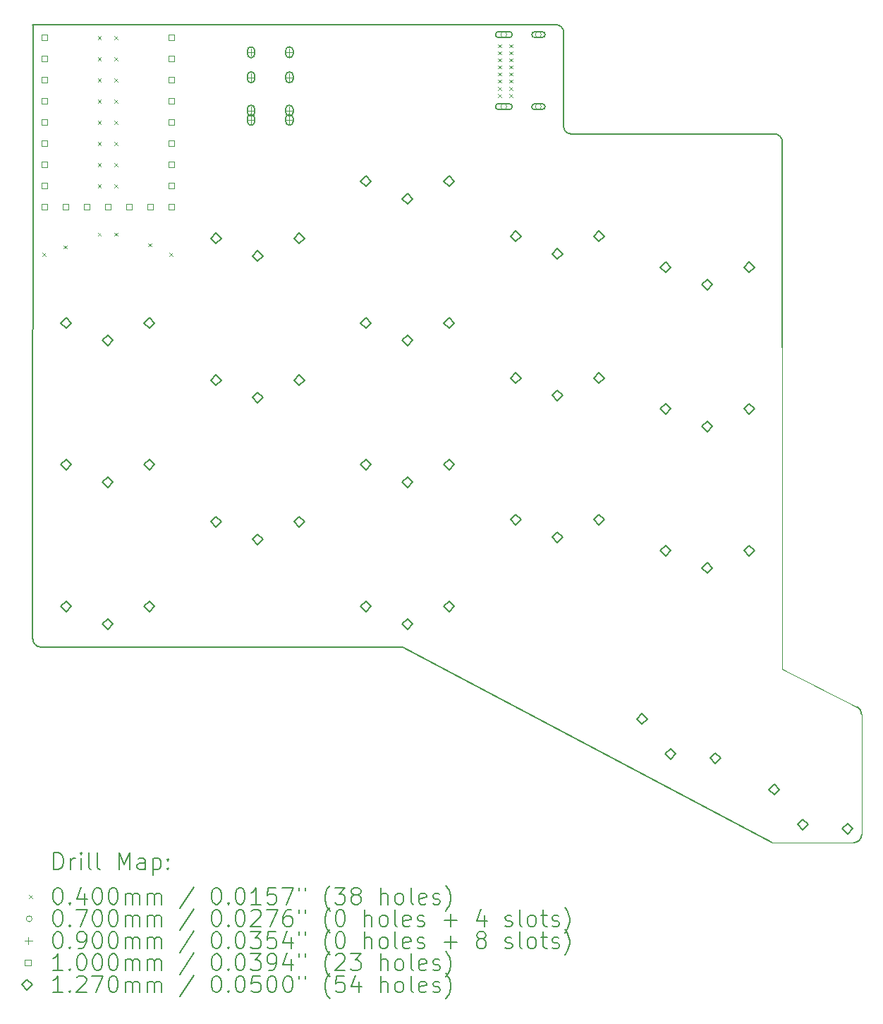
<source format=gbr>
%TF.GenerationSoftware,KiCad,Pcbnew,7.0.6*%
%TF.CreationDate,2023-11-22T12:36:23+08:00*%
%TF.ProjectId,tenten,74656e74-656e-42e6-9b69-6361645f7063,rev?*%
%TF.SameCoordinates,Original*%
%TF.FileFunction,Drillmap*%
%TF.FilePolarity,Positive*%
%FSLAX45Y45*%
G04 Gerber Fmt 4.5, Leading zero omitted, Abs format (unit mm)*
G04 Created by KiCad (PCBNEW 7.0.6) date 2023-11-22 12:36:23*
%MOMM*%
%LPD*%
G01*
G04 APERTURE LIST*
%ADD10C,0.150000*%
%ADD11C,0.050000*%
%ADD12C,0.200000*%
%ADD13C,0.040000*%
%ADD14C,0.070000*%
%ADD15C,0.090000*%
%ADD16C,0.100000*%
%ADD17C,0.127000*%
G04 APERTURE END LIST*
D10*
X12720000Y-4911000D02*
X12720320Y-3789680D01*
X12721544Y-3789176D02*
G75*
G03*
X12630140Y-3695231I-93984J-4D01*
G01*
D11*
X16299180Y-13411200D02*
X16298000Y-11971020D01*
D10*
X16199469Y-13510202D02*
G75*
G03*
X16299180Y-13411200I1J99713D01*
G01*
X6347460Y-11064240D02*
X6348000Y-3697000D01*
X12631420Y-3695000D02*
X6347552Y-3695000D01*
X15346957Y-5105257D02*
G75*
G03*
X15247952Y-5005546I-99717J-4D01*
G01*
X6347457Y-11064240D02*
G75*
G03*
X6446463Y-11163951I99713J0D01*
G01*
X15345792Y-7566000D02*
X15346954Y-5105257D01*
X10791000Y-11163000D02*
X15225000Y-13511000D01*
X6446463Y-11163951D02*
X10791000Y-11163000D01*
X12804857Y-5006000D02*
X15247073Y-5006000D01*
X12720003Y-4911000D02*
G75*
G03*
X12804857Y-5004966I87257J-6500D01*
G01*
D11*
X15343000Y-11423000D02*
X15343000Y-5362000D01*
X16243300Y-11879580D02*
X15343000Y-11423000D01*
D10*
X16297196Y-11968479D02*
G75*
G03*
X16243300Y-11879580I-100267J-1D01*
G01*
D11*
X15225000Y-13511000D02*
X16199469Y-13510203D01*
D12*
D13*
X6465000Y-6432900D02*
X6505000Y-6472900D01*
X6505000Y-6432900D02*
X6465000Y-6472900D01*
X6719000Y-6344000D02*
X6759000Y-6384000D01*
X6759000Y-6344000D02*
X6719000Y-6384000D01*
X7127000Y-3831000D02*
X7167000Y-3871000D01*
X7167000Y-3831000D02*
X7127000Y-3871000D01*
X7127000Y-4085000D02*
X7167000Y-4125000D01*
X7167000Y-4085000D02*
X7127000Y-4125000D01*
X7127000Y-4339000D02*
X7167000Y-4379000D01*
X7167000Y-4339000D02*
X7127000Y-4379000D01*
X7127000Y-4593000D02*
X7167000Y-4633000D01*
X7167000Y-4593000D02*
X7127000Y-4633000D01*
X7127000Y-4847000D02*
X7167000Y-4887000D01*
X7167000Y-4847000D02*
X7127000Y-4887000D01*
X7127000Y-5101000D02*
X7167000Y-5141000D01*
X7167000Y-5101000D02*
X7127000Y-5141000D01*
X7127000Y-5355000D02*
X7167000Y-5395000D01*
X7167000Y-5355000D02*
X7127000Y-5395000D01*
X7127000Y-5609000D02*
X7167000Y-5649000D01*
X7167000Y-5609000D02*
X7127000Y-5649000D01*
X7127000Y-6191600D02*
X7167000Y-6231600D01*
X7167000Y-6191600D02*
X7127000Y-6231600D01*
X7327000Y-3831000D02*
X7367000Y-3871000D01*
X7367000Y-3831000D02*
X7327000Y-3871000D01*
X7327000Y-4085000D02*
X7367000Y-4125000D01*
X7367000Y-4085000D02*
X7327000Y-4125000D01*
X7327000Y-4339000D02*
X7367000Y-4379000D01*
X7367000Y-4339000D02*
X7327000Y-4379000D01*
X7327000Y-4593000D02*
X7367000Y-4633000D01*
X7367000Y-4593000D02*
X7327000Y-4633000D01*
X7327000Y-4847000D02*
X7367000Y-4887000D01*
X7367000Y-4847000D02*
X7327000Y-4887000D01*
X7327000Y-5101000D02*
X7367000Y-5141000D01*
X7367000Y-5101000D02*
X7327000Y-5141000D01*
X7327000Y-5355000D02*
X7367000Y-5395000D01*
X7367000Y-5355000D02*
X7327000Y-5395000D01*
X7327000Y-5609000D02*
X7367000Y-5649000D01*
X7367000Y-5609000D02*
X7327000Y-5649000D01*
X7327000Y-6191600D02*
X7367000Y-6231600D01*
X7367000Y-6191600D02*
X7327000Y-6231600D01*
X7735000Y-6318600D02*
X7775000Y-6358600D01*
X7775000Y-6318600D02*
X7735000Y-6358600D01*
X7989000Y-6432900D02*
X8029000Y-6472900D01*
X8029000Y-6432900D02*
X7989000Y-6472900D01*
X11932780Y-3929380D02*
X11972780Y-3969380D01*
X11972780Y-3929380D02*
X11932780Y-3969380D01*
X11932780Y-4014380D02*
X11972780Y-4054380D01*
X11972780Y-4014380D02*
X11932780Y-4054380D01*
X11932780Y-4099380D02*
X11972780Y-4139380D01*
X11972780Y-4099380D02*
X11932780Y-4139380D01*
X11932780Y-4184380D02*
X11972780Y-4224380D01*
X11972780Y-4184380D02*
X11932780Y-4224380D01*
X11932780Y-4269380D02*
X11972780Y-4309380D01*
X11972780Y-4269380D02*
X11932780Y-4309380D01*
X11932780Y-4354380D02*
X11972780Y-4394380D01*
X11972780Y-4354380D02*
X11932780Y-4394380D01*
X11932780Y-4439380D02*
X11972780Y-4479380D01*
X11972780Y-4439380D02*
X11932780Y-4479380D01*
X11932780Y-4524380D02*
X11972780Y-4564380D01*
X11972780Y-4524380D02*
X11932780Y-4564380D01*
X12067780Y-3929380D02*
X12107780Y-3969380D01*
X12107780Y-3929380D02*
X12067780Y-3969380D01*
X12067780Y-4014380D02*
X12107780Y-4054380D01*
X12107780Y-4014380D02*
X12067780Y-4054380D01*
X12067780Y-4099380D02*
X12107780Y-4139380D01*
X12107780Y-4099380D02*
X12067780Y-4139380D01*
X12067780Y-4184380D02*
X12107780Y-4224380D01*
X12107780Y-4184380D02*
X12067780Y-4224380D01*
X12067780Y-4269380D02*
X12107780Y-4309380D01*
X12107780Y-4269380D02*
X12067780Y-4309380D01*
X12067780Y-4354380D02*
X12107780Y-4394380D01*
X12107780Y-4354380D02*
X12067780Y-4394380D01*
X12067780Y-4439380D02*
X12107780Y-4479380D01*
X12107780Y-4439380D02*
X12067780Y-4479380D01*
X12067780Y-4524380D02*
X12107780Y-4564380D01*
X12107780Y-4524380D02*
X12067780Y-4564380D01*
D14*
X12037780Y-3814880D02*
G75*
G03*
X12037780Y-3814880I-35000J0D01*
G01*
D12*
X11937780Y-3849880D02*
X12067780Y-3849880D01*
X12067780Y-3849880D02*
G75*
G03*
X12067780Y-3779880I0J35000D01*
G01*
X12067780Y-3779880D02*
X11937780Y-3779880D01*
X11937780Y-3779880D02*
G75*
G03*
X11937780Y-3849880I0J-35000D01*
G01*
D14*
X12037780Y-4678880D02*
G75*
G03*
X12037780Y-4678880I-35000J0D01*
G01*
D12*
X11937780Y-4713880D02*
X12067780Y-4713880D01*
X12067780Y-4713880D02*
G75*
G03*
X12067780Y-4643880I0J35000D01*
G01*
X12067780Y-4643880D02*
X11937780Y-4643880D01*
X11937780Y-4643880D02*
G75*
G03*
X11937780Y-4713880I0J-35000D01*
G01*
D14*
X12452780Y-3814880D02*
G75*
G03*
X12452780Y-3814880I-35000J0D01*
G01*
D12*
X12372780Y-3849880D02*
X12462780Y-3849880D01*
X12462780Y-3849880D02*
G75*
G03*
X12462780Y-3779880I0J35000D01*
G01*
X12462780Y-3779880D02*
X12372780Y-3779880D01*
X12372780Y-3779880D02*
G75*
G03*
X12372780Y-3849880I0J-35000D01*
G01*
D14*
X12452780Y-4678880D02*
G75*
G03*
X12452780Y-4678880I-35000J0D01*
G01*
D12*
X12372780Y-4713880D02*
X12462780Y-4713880D01*
X12462780Y-4713880D02*
G75*
G03*
X12462780Y-4643880I0J35000D01*
G01*
X12462780Y-4643880D02*
X12372780Y-4643880D01*
X12372780Y-4643880D02*
G75*
G03*
X12372780Y-4713880I0J-35000D01*
G01*
D15*
X8968000Y-3982000D02*
X8968000Y-4072000D01*
X8923000Y-4027000D02*
X9013000Y-4027000D01*
D12*
X8923000Y-4007000D02*
X8923000Y-4047000D01*
X8923000Y-4047000D02*
G75*
G03*
X9013000Y-4047000I45000J0D01*
G01*
X9013000Y-4047000D02*
X9013000Y-4007000D01*
X9013000Y-4007000D02*
G75*
G03*
X8923000Y-4007000I-45000J0D01*
G01*
D15*
X8968000Y-4282000D02*
X8968000Y-4372000D01*
X8923000Y-4327000D02*
X9013000Y-4327000D01*
D12*
X8923000Y-4307000D02*
X8923000Y-4347000D01*
X8923000Y-4347000D02*
G75*
G03*
X9013000Y-4347000I45000J0D01*
G01*
X9013000Y-4347000D02*
X9013000Y-4307000D01*
X9013000Y-4307000D02*
G75*
G03*
X8923000Y-4307000I-45000J0D01*
G01*
D15*
X8968000Y-4682000D02*
X8968000Y-4772000D01*
X8923000Y-4727000D02*
X9013000Y-4727000D01*
D12*
X8923000Y-4707000D02*
X8923000Y-4747000D01*
X8923000Y-4747000D02*
G75*
G03*
X9013000Y-4747000I45000J0D01*
G01*
X9013000Y-4747000D02*
X9013000Y-4707000D01*
X9013000Y-4707000D02*
G75*
G03*
X8923000Y-4707000I-45000J0D01*
G01*
D15*
X8968000Y-4792000D02*
X8968000Y-4882000D01*
X8923000Y-4837000D02*
X9013000Y-4837000D01*
D12*
X8923000Y-4817000D02*
X8923000Y-4857000D01*
X8923000Y-4857000D02*
G75*
G03*
X9013000Y-4857000I45000J0D01*
G01*
X9013000Y-4857000D02*
X9013000Y-4817000D01*
X9013000Y-4817000D02*
G75*
G03*
X8923000Y-4817000I-45000J0D01*
G01*
D15*
X9428000Y-3982000D02*
X9428000Y-4072000D01*
X9383000Y-4027000D02*
X9473000Y-4027000D01*
D12*
X9383000Y-4007000D02*
X9383000Y-4047000D01*
X9383000Y-4047000D02*
G75*
G03*
X9473000Y-4047000I45000J0D01*
G01*
X9473000Y-4047000D02*
X9473000Y-4007000D01*
X9473000Y-4007000D02*
G75*
G03*
X9383000Y-4007000I-45000J0D01*
G01*
D15*
X9428000Y-4282000D02*
X9428000Y-4372000D01*
X9383000Y-4327000D02*
X9473000Y-4327000D01*
D12*
X9383000Y-4307000D02*
X9383000Y-4347000D01*
X9383000Y-4347000D02*
G75*
G03*
X9473000Y-4347000I45000J0D01*
G01*
X9473000Y-4347000D02*
X9473000Y-4307000D01*
X9473000Y-4307000D02*
G75*
G03*
X9383000Y-4307000I-45000J0D01*
G01*
D15*
X9428000Y-4682000D02*
X9428000Y-4772000D01*
X9383000Y-4727000D02*
X9473000Y-4727000D01*
D12*
X9383000Y-4707000D02*
X9383000Y-4747000D01*
X9383000Y-4747000D02*
G75*
G03*
X9473000Y-4747000I45000J0D01*
G01*
X9473000Y-4747000D02*
X9473000Y-4707000D01*
X9473000Y-4707000D02*
G75*
G03*
X9383000Y-4707000I-45000J0D01*
G01*
D15*
X9428000Y-4792000D02*
X9428000Y-4882000D01*
X9383000Y-4837000D02*
X9473000Y-4837000D01*
D12*
X9383000Y-4817000D02*
X9383000Y-4857000D01*
X9383000Y-4857000D02*
G75*
G03*
X9473000Y-4857000I45000J0D01*
G01*
X9473000Y-4857000D02*
X9473000Y-4817000D01*
X9473000Y-4817000D02*
G75*
G03*
X9383000Y-4817000I-45000J0D01*
G01*
D16*
X6520356Y-3886356D02*
X6520356Y-3815644D01*
X6449644Y-3815644D01*
X6449644Y-3886356D01*
X6520356Y-3886356D01*
X6520356Y-4140356D02*
X6520356Y-4069644D01*
X6449644Y-4069644D01*
X6449644Y-4140356D01*
X6520356Y-4140356D01*
X6520356Y-4394356D02*
X6520356Y-4323644D01*
X6449644Y-4323644D01*
X6449644Y-4394356D01*
X6520356Y-4394356D01*
X6520356Y-4648356D02*
X6520356Y-4577644D01*
X6449644Y-4577644D01*
X6449644Y-4648356D01*
X6520356Y-4648356D01*
X6520356Y-4902356D02*
X6520356Y-4831644D01*
X6449644Y-4831644D01*
X6449644Y-4902356D01*
X6520356Y-4902356D01*
X6520356Y-5156356D02*
X6520356Y-5085644D01*
X6449644Y-5085644D01*
X6449644Y-5156356D01*
X6520356Y-5156356D01*
X6520356Y-5410356D02*
X6520356Y-5339644D01*
X6449644Y-5339644D01*
X6449644Y-5410356D01*
X6520356Y-5410356D01*
X6520356Y-5664356D02*
X6520356Y-5593644D01*
X6449644Y-5593644D01*
X6449644Y-5664356D01*
X6520356Y-5664356D01*
X6520356Y-5918356D02*
X6520356Y-5847644D01*
X6449644Y-5847644D01*
X6449644Y-5918356D01*
X6520356Y-5918356D01*
X6774356Y-5918356D02*
X6774356Y-5847644D01*
X6703644Y-5847644D01*
X6703644Y-5918356D01*
X6774356Y-5918356D01*
X7028356Y-5918356D02*
X7028356Y-5847644D01*
X6957644Y-5847644D01*
X6957644Y-5918356D01*
X7028356Y-5918356D01*
X7282356Y-5918356D02*
X7282356Y-5847644D01*
X7211644Y-5847644D01*
X7211644Y-5918356D01*
X7282356Y-5918356D01*
X7536356Y-5918356D02*
X7536356Y-5847644D01*
X7465644Y-5847644D01*
X7465644Y-5918356D01*
X7536356Y-5918356D01*
X7790356Y-5918356D02*
X7790356Y-5847644D01*
X7719644Y-5847644D01*
X7719644Y-5918356D01*
X7790356Y-5918356D01*
X8044356Y-3886356D02*
X8044356Y-3815644D01*
X7973644Y-3815644D01*
X7973644Y-3886356D01*
X8044356Y-3886356D01*
X8044356Y-4140356D02*
X8044356Y-4069644D01*
X7973644Y-4069644D01*
X7973644Y-4140356D01*
X8044356Y-4140356D01*
X8044356Y-4394356D02*
X8044356Y-4323644D01*
X7973644Y-4323644D01*
X7973644Y-4394356D01*
X8044356Y-4394356D01*
X8044356Y-4648356D02*
X8044356Y-4577644D01*
X7973644Y-4577644D01*
X7973644Y-4648356D01*
X8044356Y-4648356D01*
X8044356Y-4902356D02*
X8044356Y-4831644D01*
X7973644Y-4831644D01*
X7973644Y-4902356D01*
X8044356Y-4902356D01*
X8044356Y-5156356D02*
X8044356Y-5085644D01*
X7973644Y-5085644D01*
X7973644Y-5156356D01*
X8044356Y-5156356D01*
X8044356Y-5410356D02*
X8044356Y-5339644D01*
X7973644Y-5339644D01*
X7973644Y-5410356D01*
X8044356Y-5410356D01*
X8044356Y-5664356D02*
X8044356Y-5593644D01*
X7973644Y-5593644D01*
X7973644Y-5664356D01*
X8044356Y-5664356D01*
X8044356Y-5918356D02*
X8044356Y-5847644D01*
X7973644Y-5847644D01*
X7973644Y-5918356D01*
X8044356Y-5918356D01*
D17*
X6745792Y-7337986D02*
X6809292Y-7274486D01*
X6745792Y-7210986D01*
X6682292Y-7274486D01*
X6745792Y-7337986D01*
X6745792Y-9037986D02*
X6809292Y-8974486D01*
X6745792Y-8910986D01*
X6682292Y-8974486D01*
X6745792Y-9037986D01*
X6745792Y-10737986D02*
X6809292Y-10674486D01*
X6745792Y-10610986D01*
X6682292Y-10674486D01*
X6745792Y-10737986D01*
X7245792Y-7547986D02*
X7309292Y-7484486D01*
X7245792Y-7420986D01*
X7182292Y-7484486D01*
X7245792Y-7547986D01*
X7245792Y-9247986D02*
X7309292Y-9184486D01*
X7245792Y-9120986D01*
X7182292Y-9184486D01*
X7245792Y-9247986D01*
X7245792Y-10947986D02*
X7309292Y-10884486D01*
X7245792Y-10820986D01*
X7182292Y-10884486D01*
X7245792Y-10947986D01*
X7745792Y-7337986D02*
X7809292Y-7274486D01*
X7745792Y-7210986D01*
X7682292Y-7274486D01*
X7745792Y-7337986D01*
X7745792Y-9037986D02*
X7809292Y-8974486D01*
X7745792Y-8910986D01*
X7682292Y-8974486D01*
X7745792Y-9037986D01*
X7745792Y-10737986D02*
X7809292Y-10674486D01*
X7745792Y-10610986D01*
X7682292Y-10674486D01*
X7745792Y-10737986D01*
X8545792Y-6323786D02*
X8609292Y-6260286D01*
X8545792Y-6196786D01*
X8482292Y-6260286D01*
X8545792Y-6323786D01*
X8545792Y-8023786D02*
X8609292Y-7960286D01*
X8545792Y-7896786D01*
X8482292Y-7960286D01*
X8545792Y-8023786D01*
X8545792Y-9723786D02*
X8609292Y-9660286D01*
X8545792Y-9596786D01*
X8482292Y-9660286D01*
X8545792Y-9723786D01*
X9045792Y-6533786D02*
X9109292Y-6470286D01*
X9045792Y-6406786D01*
X8982292Y-6470286D01*
X9045792Y-6533786D01*
X9045792Y-8233786D02*
X9109292Y-8170286D01*
X9045792Y-8106786D01*
X8982292Y-8170286D01*
X9045792Y-8233786D01*
X9045792Y-9933786D02*
X9109292Y-9870286D01*
X9045792Y-9806786D01*
X8982292Y-9870286D01*
X9045792Y-9933786D01*
X9545792Y-6323786D02*
X9609292Y-6260286D01*
X9545792Y-6196786D01*
X9482292Y-6260286D01*
X9545792Y-6323786D01*
X9545792Y-8023786D02*
X9609292Y-7960286D01*
X9545792Y-7896786D01*
X9482292Y-7960286D01*
X9545792Y-8023786D01*
X9545792Y-9723786D02*
X9609292Y-9660286D01*
X9545792Y-9596786D01*
X9482292Y-9660286D01*
X9545792Y-9723786D01*
X10345792Y-5637986D02*
X10409292Y-5574486D01*
X10345792Y-5510986D01*
X10282292Y-5574486D01*
X10345792Y-5637986D01*
X10345792Y-7337986D02*
X10409292Y-7274486D01*
X10345792Y-7210986D01*
X10282292Y-7274486D01*
X10345792Y-7337986D01*
X10345792Y-9037986D02*
X10409292Y-8974486D01*
X10345792Y-8910986D01*
X10282292Y-8974486D01*
X10345792Y-9037986D01*
X10345792Y-10737986D02*
X10409292Y-10674486D01*
X10345792Y-10610986D01*
X10282292Y-10674486D01*
X10345792Y-10737986D01*
X10845792Y-5847986D02*
X10909292Y-5784486D01*
X10845792Y-5720986D01*
X10782292Y-5784486D01*
X10845792Y-5847986D01*
X10845792Y-7547986D02*
X10909292Y-7484486D01*
X10845792Y-7420986D01*
X10782292Y-7484486D01*
X10845792Y-7547986D01*
X10845792Y-9247986D02*
X10909292Y-9184486D01*
X10845792Y-9120986D01*
X10782292Y-9184486D01*
X10845792Y-9247986D01*
X10845792Y-10947986D02*
X10909292Y-10884486D01*
X10845792Y-10820986D01*
X10782292Y-10884486D01*
X10845792Y-10947986D01*
X11345792Y-5637986D02*
X11409292Y-5574486D01*
X11345792Y-5510986D01*
X11282292Y-5574486D01*
X11345792Y-5637986D01*
X11345792Y-7337986D02*
X11409292Y-7274486D01*
X11345792Y-7210986D01*
X11282292Y-7274486D01*
X11345792Y-7337986D01*
X11345792Y-9037986D02*
X11409292Y-8974486D01*
X11345792Y-8910986D01*
X11282292Y-8974486D01*
X11345792Y-9037986D01*
X11345792Y-10737986D02*
X11409292Y-10674486D01*
X11345792Y-10610986D01*
X11282292Y-10674486D01*
X11345792Y-10737986D01*
X12145792Y-6297986D02*
X12209292Y-6234486D01*
X12145792Y-6170986D01*
X12082292Y-6234486D01*
X12145792Y-6297986D01*
X12145792Y-7997986D02*
X12209292Y-7934486D01*
X12145792Y-7870986D01*
X12082292Y-7934486D01*
X12145792Y-7997986D01*
X12145792Y-9697986D02*
X12209292Y-9634486D01*
X12145792Y-9570986D01*
X12082292Y-9634486D01*
X12145792Y-9697986D01*
X12645792Y-6507986D02*
X12709292Y-6444486D01*
X12645792Y-6380986D01*
X12582292Y-6444486D01*
X12645792Y-6507986D01*
X12645792Y-8207986D02*
X12709292Y-8144486D01*
X12645792Y-8080986D01*
X12582292Y-8144486D01*
X12645792Y-8207986D01*
X12645792Y-9907986D02*
X12709292Y-9844486D01*
X12645792Y-9780986D01*
X12582292Y-9844486D01*
X12645792Y-9907986D01*
X13145792Y-6297986D02*
X13209292Y-6234486D01*
X13145792Y-6170986D01*
X13082292Y-6234486D01*
X13145792Y-6297986D01*
X13145792Y-7997986D02*
X13209292Y-7934486D01*
X13145792Y-7870986D01*
X13082292Y-7934486D01*
X13145792Y-7997986D01*
X13145792Y-9697986D02*
X13209292Y-9634486D01*
X13145792Y-9570986D01*
X13082292Y-9634486D01*
X13145792Y-9697986D01*
X13659506Y-12089075D02*
X13723006Y-12025575D01*
X13659506Y-11962075D01*
X13596006Y-12025575D01*
X13659506Y-12089075D01*
X13945792Y-6667986D02*
X14009292Y-6604486D01*
X13945792Y-6540986D01*
X13882292Y-6604486D01*
X13945792Y-6667986D01*
X13945792Y-8367986D02*
X14009292Y-8304486D01*
X13945792Y-8240986D01*
X13882292Y-8304486D01*
X13945792Y-8367986D01*
X13945792Y-10067986D02*
X14009292Y-10004486D01*
X13945792Y-9940986D01*
X13882292Y-10004486D01*
X13945792Y-10067986D01*
X14002391Y-12509230D02*
X14065891Y-12445730D01*
X14002391Y-12382230D01*
X13938891Y-12445730D01*
X14002391Y-12509230D01*
X14445792Y-6877986D02*
X14509292Y-6814486D01*
X14445792Y-6750986D01*
X14382292Y-6814486D01*
X14445792Y-6877986D01*
X14445792Y-8577986D02*
X14509292Y-8514486D01*
X14445792Y-8450986D01*
X14382292Y-8514486D01*
X14445792Y-8577986D01*
X14445792Y-10277986D02*
X14509292Y-10214486D01*
X14445792Y-10150986D01*
X14382292Y-10214486D01*
X14445792Y-10277986D01*
X14542453Y-12558546D02*
X14605953Y-12495046D01*
X14542453Y-12431546D01*
X14478953Y-12495046D01*
X14542453Y-12558546D01*
X14945792Y-6667986D02*
X15009292Y-6604486D01*
X14945792Y-6540986D01*
X14882292Y-6604486D01*
X14945792Y-6667986D01*
X14945792Y-8367986D02*
X15009292Y-8304486D01*
X14945792Y-8240986D01*
X14882292Y-8304486D01*
X14945792Y-8367986D01*
X14945792Y-10067986D02*
X15009292Y-10004486D01*
X14945792Y-9940986D01*
X14882292Y-10004486D01*
X14945792Y-10067986D01*
X15247127Y-12936284D02*
X15310627Y-12872784D01*
X15247127Y-12809284D01*
X15183627Y-12872784D01*
X15247127Y-12936284D01*
X15590012Y-13356439D02*
X15653512Y-13292939D01*
X15590012Y-13229439D01*
X15526512Y-13292939D01*
X15590012Y-13356439D01*
X16130075Y-13405756D02*
X16193575Y-13342256D01*
X16130075Y-13278756D01*
X16066575Y-13342256D01*
X16130075Y-13405756D01*
D12*
X6600737Y-13829984D02*
X6600737Y-13629984D01*
X6600737Y-13629984D02*
X6648356Y-13629984D01*
X6648356Y-13629984D02*
X6676927Y-13639508D01*
X6676927Y-13639508D02*
X6695975Y-13658555D01*
X6695975Y-13658555D02*
X6705499Y-13677603D01*
X6705499Y-13677603D02*
X6715022Y-13715698D01*
X6715022Y-13715698D02*
X6715022Y-13744269D01*
X6715022Y-13744269D02*
X6705499Y-13782365D01*
X6705499Y-13782365D02*
X6695975Y-13801412D01*
X6695975Y-13801412D02*
X6676927Y-13820460D01*
X6676927Y-13820460D02*
X6648356Y-13829984D01*
X6648356Y-13829984D02*
X6600737Y-13829984D01*
X6800737Y-13829984D02*
X6800737Y-13696650D01*
X6800737Y-13734746D02*
X6810261Y-13715698D01*
X6810261Y-13715698D02*
X6819784Y-13706174D01*
X6819784Y-13706174D02*
X6838832Y-13696650D01*
X6838832Y-13696650D02*
X6857880Y-13696650D01*
X6924546Y-13829984D02*
X6924546Y-13696650D01*
X6924546Y-13629984D02*
X6915022Y-13639508D01*
X6915022Y-13639508D02*
X6924546Y-13649031D01*
X6924546Y-13649031D02*
X6934070Y-13639508D01*
X6934070Y-13639508D02*
X6924546Y-13629984D01*
X6924546Y-13629984D02*
X6924546Y-13649031D01*
X7048356Y-13829984D02*
X7029308Y-13820460D01*
X7029308Y-13820460D02*
X7019784Y-13801412D01*
X7019784Y-13801412D02*
X7019784Y-13629984D01*
X7153118Y-13829984D02*
X7134070Y-13820460D01*
X7134070Y-13820460D02*
X7124546Y-13801412D01*
X7124546Y-13801412D02*
X7124546Y-13629984D01*
X7381689Y-13829984D02*
X7381689Y-13629984D01*
X7381689Y-13629984D02*
X7448356Y-13772841D01*
X7448356Y-13772841D02*
X7515022Y-13629984D01*
X7515022Y-13629984D02*
X7515022Y-13829984D01*
X7695975Y-13829984D02*
X7695975Y-13725222D01*
X7695975Y-13725222D02*
X7686451Y-13706174D01*
X7686451Y-13706174D02*
X7667403Y-13696650D01*
X7667403Y-13696650D02*
X7629308Y-13696650D01*
X7629308Y-13696650D02*
X7610261Y-13706174D01*
X7695975Y-13820460D02*
X7676927Y-13829984D01*
X7676927Y-13829984D02*
X7629308Y-13829984D01*
X7629308Y-13829984D02*
X7610261Y-13820460D01*
X7610261Y-13820460D02*
X7600737Y-13801412D01*
X7600737Y-13801412D02*
X7600737Y-13782365D01*
X7600737Y-13782365D02*
X7610261Y-13763317D01*
X7610261Y-13763317D02*
X7629308Y-13753793D01*
X7629308Y-13753793D02*
X7676927Y-13753793D01*
X7676927Y-13753793D02*
X7695975Y-13744269D01*
X7791213Y-13696650D02*
X7791213Y-13896650D01*
X7791213Y-13706174D02*
X7810261Y-13696650D01*
X7810261Y-13696650D02*
X7848356Y-13696650D01*
X7848356Y-13696650D02*
X7867403Y-13706174D01*
X7867403Y-13706174D02*
X7876927Y-13715698D01*
X7876927Y-13715698D02*
X7886451Y-13734746D01*
X7886451Y-13734746D02*
X7886451Y-13791888D01*
X7886451Y-13791888D02*
X7876927Y-13810936D01*
X7876927Y-13810936D02*
X7867403Y-13820460D01*
X7867403Y-13820460D02*
X7848356Y-13829984D01*
X7848356Y-13829984D02*
X7810261Y-13829984D01*
X7810261Y-13829984D02*
X7791213Y-13820460D01*
X7972165Y-13810936D02*
X7981689Y-13820460D01*
X7981689Y-13820460D02*
X7972165Y-13829984D01*
X7972165Y-13829984D02*
X7962642Y-13820460D01*
X7962642Y-13820460D02*
X7972165Y-13810936D01*
X7972165Y-13810936D02*
X7972165Y-13829984D01*
X7972165Y-13706174D02*
X7981689Y-13715698D01*
X7981689Y-13715698D02*
X7972165Y-13725222D01*
X7972165Y-13725222D02*
X7962642Y-13715698D01*
X7962642Y-13715698D02*
X7972165Y-13706174D01*
X7972165Y-13706174D02*
X7972165Y-13725222D01*
D13*
X6299960Y-14138500D02*
X6339960Y-14178500D01*
X6339960Y-14138500D02*
X6299960Y-14178500D01*
D12*
X6638832Y-14049984D02*
X6657880Y-14049984D01*
X6657880Y-14049984D02*
X6676927Y-14059508D01*
X6676927Y-14059508D02*
X6686451Y-14069031D01*
X6686451Y-14069031D02*
X6695975Y-14088079D01*
X6695975Y-14088079D02*
X6705499Y-14126174D01*
X6705499Y-14126174D02*
X6705499Y-14173793D01*
X6705499Y-14173793D02*
X6695975Y-14211888D01*
X6695975Y-14211888D02*
X6686451Y-14230936D01*
X6686451Y-14230936D02*
X6676927Y-14240460D01*
X6676927Y-14240460D02*
X6657880Y-14249984D01*
X6657880Y-14249984D02*
X6638832Y-14249984D01*
X6638832Y-14249984D02*
X6619784Y-14240460D01*
X6619784Y-14240460D02*
X6610261Y-14230936D01*
X6610261Y-14230936D02*
X6600737Y-14211888D01*
X6600737Y-14211888D02*
X6591213Y-14173793D01*
X6591213Y-14173793D02*
X6591213Y-14126174D01*
X6591213Y-14126174D02*
X6600737Y-14088079D01*
X6600737Y-14088079D02*
X6610261Y-14069031D01*
X6610261Y-14069031D02*
X6619784Y-14059508D01*
X6619784Y-14059508D02*
X6638832Y-14049984D01*
X6791213Y-14230936D02*
X6800737Y-14240460D01*
X6800737Y-14240460D02*
X6791213Y-14249984D01*
X6791213Y-14249984D02*
X6781689Y-14240460D01*
X6781689Y-14240460D02*
X6791213Y-14230936D01*
X6791213Y-14230936D02*
X6791213Y-14249984D01*
X6972165Y-14116650D02*
X6972165Y-14249984D01*
X6924546Y-14040460D02*
X6876927Y-14183317D01*
X6876927Y-14183317D02*
X7000737Y-14183317D01*
X7115022Y-14049984D02*
X7134070Y-14049984D01*
X7134070Y-14049984D02*
X7153118Y-14059508D01*
X7153118Y-14059508D02*
X7162642Y-14069031D01*
X7162642Y-14069031D02*
X7172165Y-14088079D01*
X7172165Y-14088079D02*
X7181689Y-14126174D01*
X7181689Y-14126174D02*
X7181689Y-14173793D01*
X7181689Y-14173793D02*
X7172165Y-14211888D01*
X7172165Y-14211888D02*
X7162642Y-14230936D01*
X7162642Y-14230936D02*
X7153118Y-14240460D01*
X7153118Y-14240460D02*
X7134070Y-14249984D01*
X7134070Y-14249984D02*
X7115022Y-14249984D01*
X7115022Y-14249984D02*
X7095975Y-14240460D01*
X7095975Y-14240460D02*
X7086451Y-14230936D01*
X7086451Y-14230936D02*
X7076927Y-14211888D01*
X7076927Y-14211888D02*
X7067403Y-14173793D01*
X7067403Y-14173793D02*
X7067403Y-14126174D01*
X7067403Y-14126174D02*
X7076927Y-14088079D01*
X7076927Y-14088079D02*
X7086451Y-14069031D01*
X7086451Y-14069031D02*
X7095975Y-14059508D01*
X7095975Y-14059508D02*
X7115022Y-14049984D01*
X7305499Y-14049984D02*
X7324546Y-14049984D01*
X7324546Y-14049984D02*
X7343594Y-14059508D01*
X7343594Y-14059508D02*
X7353118Y-14069031D01*
X7353118Y-14069031D02*
X7362642Y-14088079D01*
X7362642Y-14088079D02*
X7372165Y-14126174D01*
X7372165Y-14126174D02*
X7372165Y-14173793D01*
X7372165Y-14173793D02*
X7362642Y-14211888D01*
X7362642Y-14211888D02*
X7353118Y-14230936D01*
X7353118Y-14230936D02*
X7343594Y-14240460D01*
X7343594Y-14240460D02*
X7324546Y-14249984D01*
X7324546Y-14249984D02*
X7305499Y-14249984D01*
X7305499Y-14249984D02*
X7286451Y-14240460D01*
X7286451Y-14240460D02*
X7276927Y-14230936D01*
X7276927Y-14230936D02*
X7267403Y-14211888D01*
X7267403Y-14211888D02*
X7257880Y-14173793D01*
X7257880Y-14173793D02*
X7257880Y-14126174D01*
X7257880Y-14126174D02*
X7267403Y-14088079D01*
X7267403Y-14088079D02*
X7276927Y-14069031D01*
X7276927Y-14069031D02*
X7286451Y-14059508D01*
X7286451Y-14059508D02*
X7305499Y-14049984D01*
X7457880Y-14249984D02*
X7457880Y-14116650D01*
X7457880Y-14135698D02*
X7467403Y-14126174D01*
X7467403Y-14126174D02*
X7486451Y-14116650D01*
X7486451Y-14116650D02*
X7515023Y-14116650D01*
X7515023Y-14116650D02*
X7534070Y-14126174D01*
X7534070Y-14126174D02*
X7543594Y-14145222D01*
X7543594Y-14145222D02*
X7543594Y-14249984D01*
X7543594Y-14145222D02*
X7553118Y-14126174D01*
X7553118Y-14126174D02*
X7572165Y-14116650D01*
X7572165Y-14116650D02*
X7600737Y-14116650D01*
X7600737Y-14116650D02*
X7619784Y-14126174D01*
X7619784Y-14126174D02*
X7629308Y-14145222D01*
X7629308Y-14145222D02*
X7629308Y-14249984D01*
X7724546Y-14249984D02*
X7724546Y-14116650D01*
X7724546Y-14135698D02*
X7734070Y-14126174D01*
X7734070Y-14126174D02*
X7753118Y-14116650D01*
X7753118Y-14116650D02*
X7781689Y-14116650D01*
X7781689Y-14116650D02*
X7800737Y-14126174D01*
X7800737Y-14126174D02*
X7810261Y-14145222D01*
X7810261Y-14145222D02*
X7810261Y-14249984D01*
X7810261Y-14145222D02*
X7819784Y-14126174D01*
X7819784Y-14126174D02*
X7838832Y-14116650D01*
X7838832Y-14116650D02*
X7867403Y-14116650D01*
X7867403Y-14116650D02*
X7886451Y-14126174D01*
X7886451Y-14126174D02*
X7895975Y-14145222D01*
X7895975Y-14145222D02*
X7895975Y-14249984D01*
X8286451Y-14040460D02*
X8115023Y-14297603D01*
X8543594Y-14049984D02*
X8562642Y-14049984D01*
X8562642Y-14049984D02*
X8581689Y-14059508D01*
X8581689Y-14059508D02*
X8591213Y-14069031D01*
X8591213Y-14069031D02*
X8600737Y-14088079D01*
X8600737Y-14088079D02*
X8610261Y-14126174D01*
X8610261Y-14126174D02*
X8610261Y-14173793D01*
X8610261Y-14173793D02*
X8600737Y-14211888D01*
X8600737Y-14211888D02*
X8591213Y-14230936D01*
X8591213Y-14230936D02*
X8581689Y-14240460D01*
X8581689Y-14240460D02*
X8562642Y-14249984D01*
X8562642Y-14249984D02*
X8543594Y-14249984D01*
X8543594Y-14249984D02*
X8524547Y-14240460D01*
X8524547Y-14240460D02*
X8515023Y-14230936D01*
X8515023Y-14230936D02*
X8505499Y-14211888D01*
X8505499Y-14211888D02*
X8495975Y-14173793D01*
X8495975Y-14173793D02*
X8495975Y-14126174D01*
X8495975Y-14126174D02*
X8505499Y-14088079D01*
X8505499Y-14088079D02*
X8515023Y-14069031D01*
X8515023Y-14069031D02*
X8524547Y-14059508D01*
X8524547Y-14059508D02*
X8543594Y-14049984D01*
X8695975Y-14230936D02*
X8705499Y-14240460D01*
X8705499Y-14240460D02*
X8695975Y-14249984D01*
X8695975Y-14249984D02*
X8686451Y-14240460D01*
X8686451Y-14240460D02*
X8695975Y-14230936D01*
X8695975Y-14230936D02*
X8695975Y-14249984D01*
X8829308Y-14049984D02*
X8848356Y-14049984D01*
X8848356Y-14049984D02*
X8867404Y-14059508D01*
X8867404Y-14059508D02*
X8876928Y-14069031D01*
X8876928Y-14069031D02*
X8886451Y-14088079D01*
X8886451Y-14088079D02*
X8895975Y-14126174D01*
X8895975Y-14126174D02*
X8895975Y-14173793D01*
X8895975Y-14173793D02*
X8886451Y-14211888D01*
X8886451Y-14211888D02*
X8876928Y-14230936D01*
X8876928Y-14230936D02*
X8867404Y-14240460D01*
X8867404Y-14240460D02*
X8848356Y-14249984D01*
X8848356Y-14249984D02*
X8829308Y-14249984D01*
X8829308Y-14249984D02*
X8810261Y-14240460D01*
X8810261Y-14240460D02*
X8800737Y-14230936D01*
X8800737Y-14230936D02*
X8791213Y-14211888D01*
X8791213Y-14211888D02*
X8781689Y-14173793D01*
X8781689Y-14173793D02*
X8781689Y-14126174D01*
X8781689Y-14126174D02*
X8791213Y-14088079D01*
X8791213Y-14088079D02*
X8800737Y-14069031D01*
X8800737Y-14069031D02*
X8810261Y-14059508D01*
X8810261Y-14059508D02*
X8829308Y-14049984D01*
X9086451Y-14249984D02*
X8972166Y-14249984D01*
X9029308Y-14249984D02*
X9029308Y-14049984D01*
X9029308Y-14049984D02*
X9010261Y-14078555D01*
X9010261Y-14078555D02*
X8991213Y-14097603D01*
X8991213Y-14097603D02*
X8972166Y-14107127D01*
X9267404Y-14049984D02*
X9172166Y-14049984D01*
X9172166Y-14049984D02*
X9162642Y-14145222D01*
X9162642Y-14145222D02*
X9172166Y-14135698D01*
X9172166Y-14135698D02*
X9191213Y-14126174D01*
X9191213Y-14126174D02*
X9238832Y-14126174D01*
X9238832Y-14126174D02*
X9257880Y-14135698D01*
X9257880Y-14135698D02*
X9267404Y-14145222D01*
X9267404Y-14145222D02*
X9276928Y-14164269D01*
X9276928Y-14164269D02*
X9276928Y-14211888D01*
X9276928Y-14211888D02*
X9267404Y-14230936D01*
X9267404Y-14230936D02*
X9257880Y-14240460D01*
X9257880Y-14240460D02*
X9238832Y-14249984D01*
X9238832Y-14249984D02*
X9191213Y-14249984D01*
X9191213Y-14249984D02*
X9172166Y-14240460D01*
X9172166Y-14240460D02*
X9162642Y-14230936D01*
X9343594Y-14049984D02*
X9476928Y-14049984D01*
X9476928Y-14049984D02*
X9391213Y-14249984D01*
X9543594Y-14049984D02*
X9543594Y-14088079D01*
X9619785Y-14049984D02*
X9619785Y-14088079D01*
X9915023Y-14326174D02*
X9905499Y-14316650D01*
X9905499Y-14316650D02*
X9886451Y-14288079D01*
X9886451Y-14288079D02*
X9876928Y-14269031D01*
X9876928Y-14269031D02*
X9867404Y-14240460D01*
X9867404Y-14240460D02*
X9857880Y-14192841D01*
X9857880Y-14192841D02*
X9857880Y-14154746D01*
X9857880Y-14154746D02*
X9867404Y-14107127D01*
X9867404Y-14107127D02*
X9876928Y-14078555D01*
X9876928Y-14078555D02*
X9886451Y-14059508D01*
X9886451Y-14059508D02*
X9905499Y-14030936D01*
X9905499Y-14030936D02*
X9915023Y-14021412D01*
X9972166Y-14049984D02*
X10095975Y-14049984D01*
X10095975Y-14049984D02*
X10029309Y-14126174D01*
X10029309Y-14126174D02*
X10057880Y-14126174D01*
X10057880Y-14126174D02*
X10076928Y-14135698D01*
X10076928Y-14135698D02*
X10086451Y-14145222D01*
X10086451Y-14145222D02*
X10095975Y-14164269D01*
X10095975Y-14164269D02*
X10095975Y-14211888D01*
X10095975Y-14211888D02*
X10086451Y-14230936D01*
X10086451Y-14230936D02*
X10076928Y-14240460D01*
X10076928Y-14240460D02*
X10057880Y-14249984D01*
X10057880Y-14249984D02*
X10000737Y-14249984D01*
X10000737Y-14249984D02*
X9981690Y-14240460D01*
X9981690Y-14240460D02*
X9972166Y-14230936D01*
X10210261Y-14135698D02*
X10191213Y-14126174D01*
X10191213Y-14126174D02*
X10181690Y-14116650D01*
X10181690Y-14116650D02*
X10172166Y-14097603D01*
X10172166Y-14097603D02*
X10172166Y-14088079D01*
X10172166Y-14088079D02*
X10181690Y-14069031D01*
X10181690Y-14069031D02*
X10191213Y-14059508D01*
X10191213Y-14059508D02*
X10210261Y-14049984D01*
X10210261Y-14049984D02*
X10248356Y-14049984D01*
X10248356Y-14049984D02*
X10267404Y-14059508D01*
X10267404Y-14059508D02*
X10276928Y-14069031D01*
X10276928Y-14069031D02*
X10286451Y-14088079D01*
X10286451Y-14088079D02*
X10286451Y-14097603D01*
X10286451Y-14097603D02*
X10276928Y-14116650D01*
X10276928Y-14116650D02*
X10267404Y-14126174D01*
X10267404Y-14126174D02*
X10248356Y-14135698D01*
X10248356Y-14135698D02*
X10210261Y-14135698D01*
X10210261Y-14135698D02*
X10191213Y-14145222D01*
X10191213Y-14145222D02*
X10181690Y-14154746D01*
X10181690Y-14154746D02*
X10172166Y-14173793D01*
X10172166Y-14173793D02*
X10172166Y-14211888D01*
X10172166Y-14211888D02*
X10181690Y-14230936D01*
X10181690Y-14230936D02*
X10191213Y-14240460D01*
X10191213Y-14240460D02*
X10210261Y-14249984D01*
X10210261Y-14249984D02*
X10248356Y-14249984D01*
X10248356Y-14249984D02*
X10267404Y-14240460D01*
X10267404Y-14240460D02*
X10276928Y-14230936D01*
X10276928Y-14230936D02*
X10286451Y-14211888D01*
X10286451Y-14211888D02*
X10286451Y-14173793D01*
X10286451Y-14173793D02*
X10276928Y-14154746D01*
X10276928Y-14154746D02*
X10267404Y-14145222D01*
X10267404Y-14145222D02*
X10248356Y-14135698D01*
X10524547Y-14249984D02*
X10524547Y-14049984D01*
X10610261Y-14249984D02*
X10610261Y-14145222D01*
X10610261Y-14145222D02*
X10600737Y-14126174D01*
X10600737Y-14126174D02*
X10581690Y-14116650D01*
X10581690Y-14116650D02*
X10553118Y-14116650D01*
X10553118Y-14116650D02*
X10534071Y-14126174D01*
X10534071Y-14126174D02*
X10524547Y-14135698D01*
X10734071Y-14249984D02*
X10715023Y-14240460D01*
X10715023Y-14240460D02*
X10705499Y-14230936D01*
X10705499Y-14230936D02*
X10695975Y-14211888D01*
X10695975Y-14211888D02*
X10695975Y-14154746D01*
X10695975Y-14154746D02*
X10705499Y-14135698D01*
X10705499Y-14135698D02*
X10715023Y-14126174D01*
X10715023Y-14126174D02*
X10734071Y-14116650D01*
X10734071Y-14116650D02*
X10762642Y-14116650D01*
X10762642Y-14116650D02*
X10781690Y-14126174D01*
X10781690Y-14126174D02*
X10791213Y-14135698D01*
X10791213Y-14135698D02*
X10800737Y-14154746D01*
X10800737Y-14154746D02*
X10800737Y-14211888D01*
X10800737Y-14211888D02*
X10791213Y-14230936D01*
X10791213Y-14230936D02*
X10781690Y-14240460D01*
X10781690Y-14240460D02*
X10762642Y-14249984D01*
X10762642Y-14249984D02*
X10734071Y-14249984D01*
X10915023Y-14249984D02*
X10895975Y-14240460D01*
X10895975Y-14240460D02*
X10886452Y-14221412D01*
X10886452Y-14221412D02*
X10886452Y-14049984D01*
X11067404Y-14240460D02*
X11048356Y-14249984D01*
X11048356Y-14249984D02*
X11010261Y-14249984D01*
X11010261Y-14249984D02*
X10991213Y-14240460D01*
X10991213Y-14240460D02*
X10981690Y-14221412D01*
X10981690Y-14221412D02*
X10981690Y-14145222D01*
X10981690Y-14145222D02*
X10991213Y-14126174D01*
X10991213Y-14126174D02*
X11010261Y-14116650D01*
X11010261Y-14116650D02*
X11048356Y-14116650D01*
X11048356Y-14116650D02*
X11067404Y-14126174D01*
X11067404Y-14126174D02*
X11076928Y-14145222D01*
X11076928Y-14145222D02*
X11076928Y-14164269D01*
X11076928Y-14164269D02*
X10981690Y-14183317D01*
X11153118Y-14240460D02*
X11172166Y-14249984D01*
X11172166Y-14249984D02*
X11210261Y-14249984D01*
X11210261Y-14249984D02*
X11229309Y-14240460D01*
X11229309Y-14240460D02*
X11238832Y-14221412D01*
X11238832Y-14221412D02*
X11238832Y-14211888D01*
X11238832Y-14211888D02*
X11229309Y-14192841D01*
X11229309Y-14192841D02*
X11210261Y-14183317D01*
X11210261Y-14183317D02*
X11181690Y-14183317D01*
X11181690Y-14183317D02*
X11162642Y-14173793D01*
X11162642Y-14173793D02*
X11153118Y-14154746D01*
X11153118Y-14154746D02*
X11153118Y-14145222D01*
X11153118Y-14145222D02*
X11162642Y-14126174D01*
X11162642Y-14126174D02*
X11181690Y-14116650D01*
X11181690Y-14116650D02*
X11210261Y-14116650D01*
X11210261Y-14116650D02*
X11229309Y-14126174D01*
X11305499Y-14326174D02*
X11315023Y-14316650D01*
X11315023Y-14316650D02*
X11334071Y-14288079D01*
X11334071Y-14288079D02*
X11343594Y-14269031D01*
X11343594Y-14269031D02*
X11353118Y-14240460D01*
X11353118Y-14240460D02*
X11362642Y-14192841D01*
X11362642Y-14192841D02*
X11362642Y-14154746D01*
X11362642Y-14154746D02*
X11353118Y-14107127D01*
X11353118Y-14107127D02*
X11343594Y-14078555D01*
X11343594Y-14078555D02*
X11334071Y-14059508D01*
X11334071Y-14059508D02*
X11315023Y-14030936D01*
X11315023Y-14030936D02*
X11305499Y-14021412D01*
D14*
X6339960Y-14422500D02*
G75*
G03*
X6339960Y-14422500I-35000J0D01*
G01*
D12*
X6638832Y-14313984D02*
X6657880Y-14313984D01*
X6657880Y-14313984D02*
X6676927Y-14323508D01*
X6676927Y-14323508D02*
X6686451Y-14333031D01*
X6686451Y-14333031D02*
X6695975Y-14352079D01*
X6695975Y-14352079D02*
X6705499Y-14390174D01*
X6705499Y-14390174D02*
X6705499Y-14437793D01*
X6705499Y-14437793D02*
X6695975Y-14475888D01*
X6695975Y-14475888D02*
X6686451Y-14494936D01*
X6686451Y-14494936D02*
X6676927Y-14504460D01*
X6676927Y-14504460D02*
X6657880Y-14513984D01*
X6657880Y-14513984D02*
X6638832Y-14513984D01*
X6638832Y-14513984D02*
X6619784Y-14504460D01*
X6619784Y-14504460D02*
X6610261Y-14494936D01*
X6610261Y-14494936D02*
X6600737Y-14475888D01*
X6600737Y-14475888D02*
X6591213Y-14437793D01*
X6591213Y-14437793D02*
X6591213Y-14390174D01*
X6591213Y-14390174D02*
X6600737Y-14352079D01*
X6600737Y-14352079D02*
X6610261Y-14333031D01*
X6610261Y-14333031D02*
X6619784Y-14323508D01*
X6619784Y-14323508D02*
X6638832Y-14313984D01*
X6791213Y-14494936D02*
X6800737Y-14504460D01*
X6800737Y-14504460D02*
X6791213Y-14513984D01*
X6791213Y-14513984D02*
X6781689Y-14504460D01*
X6781689Y-14504460D02*
X6791213Y-14494936D01*
X6791213Y-14494936D02*
X6791213Y-14513984D01*
X6867403Y-14313984D02*
X7000737Y-14313984D01*
X7000737Y-14313984D02*
X6915022Y-14513984D01*
X7115022Y-14313984D02*
X7134070Y-14313984D01*
X7134070Y-14313984D02*
X7153118Y-14323508D01*
X7153118Y-14323508D02*
X7162642Y-14333031D01*
X7162642Y-14333031D02*
X7172165Y-14352079D01*
X7172165Y-14352079D02*
X7181689Y-14390174D01*
X7181689Y-14390174D02*
X7181689Y-14437793D01*
X7181689Y-14437793D02*
X7172165Y-14475888D01*
X7172165Y-14475888D02*
X7162642Y-14494936D01*
X7162642Y-14494936D02*
X7153118Y-14504460D01*
X7153118Y-14504460D02*
X7134070Y-14513984D01*
X7134070Y-14513984D02*
X7115022Y-14513984D01*
X7115022Y-14513984D02*
X7095975Y-14504460D01*
X7095975Y-14504460D02*
X7086451Y-14494936D01*
X7086451Y-14494936D02*
X7076927Y-14475888D01*
X7076927Y-14475888D02*
X7067403Y-14437793D01*
X7067403Y-14437793D02*
X7067403Y-14390174D01*
X7067403Y-14390174D02*
X7076927Y-14352079D01*
X7076927Y-14352079D02*
X7086451Y-14333031D01*
X7086451Y-14333031D02*
X7095975Y-14323508D01*
X7095975Y-14323508D02*
X7115022Y-14313984D01*
X7305499Y-14313984D02*
X7324546Y-14313984D01*
X7324546Y-14313984D02*
X7343594Y-14323508D01*
X7343594Y-14323508D02*
X7353118Y-14333031D01*
X7353118Y-14333031D02*
X7362642Y-14352079D01*
X7362642Y-14352079D02*
X7372165Y-14390174D01*
X7372165Y-14390174D02*
X7372165Y-14437793D01*
X7372165Y-14437793D02*
X7362642Y-14475888D01*
X7362642Y-14475888D02*
X7353118Y-14494936D01*
X7353118Y-14494936D02*
X7343594Y-14504460D01*
X7343594Y-14504460D02*
X7324546Y-14513984D01*
X7324546Y-14513984D02*
X7305499Y-14513984D01*
X7305499Y-14513984D02*
X7286451Y-14504460D01*
X7286451Y-14504460D02*
X7276927Y-14494936D01*
X7276927Y-14494936D02*
X7267403Y-14475888D01*
X7267403Y-14475888D02*
X7257880Y-14437793D01*
X7257880Y-14437793D02*
X7257880Y-14390174D01*
X7257880Y-14390174D02*
X7267403Y-14352079D01*
X7267403Y-14352079D02*
X7276927Y-14333031D01*
X7276927Y-14333031D02*
X7286451Y-14323508D01*
X7286451Y-14323508D02*
X7305499Y-14313984D01*
X7457880Y-14513984D02*
X7457880Y-14380650D01*
X7457880Y-14399698D02*
X7467403Y-14390174D01*
X7467403Y-14390174D02*
X7486451Y-14380650D01*
X7486451Y-14380650D02*
X7515023Y-14380650D01*
X7515023Y-14380650D02*
X7534070Y-14390174D01*
X7534070Y-14390174D02*
X7543594Y-14409222D01*
X7543594Y-14409222D02*
X7543594Y-14513984D01*
X7543594Y-14409222D02*
X7553118Y-14390174D01*
X7553118Y-14390174D02*
X7572165Y-14380650D01*
X7572165Y-14380650D02*
X7600737Y-14380650D01*
X7600737Y-14380650D02*
X7619784Y-14390174D01*
X7619784Y-14390174D02*
X7629308Y-14409222D01*
X7629308Y-14409222D02*
X7629308Y-14513984D01*
X7724546Y-14513984D02*
X7724546Y-14380650D01*
X7724546Y-14399698D02*
X7734070Y-14390174D01*
X7734070Y-14390174D02*
X7753118Y-14380650D01*
X7753118Y-14380650D02*
X7781689Y-14380650D01*
X7781689Y-14380650D02*
X7800737Y-14390174D01*
X7800737Y-14390174D02*
X7810261Y-14409222D01*
X7810261Y-14409222D02*
X7810261Y-14513984D01*
X7810261Y-14409222D02*
X7819784Y-14390174D01*
X7819784Y-14390174D02*
X7838832Y-14380650D01*
X7838832Y-14380650D02*
X7867403Y-14380650D01*
X7867403Y-14380650D02*
X7886451Y-14390174D01*
X7886451Y-14390174D02*
X7895975Y-14409222D01*
X7895975Y-14409222D02*
X7895975Y-14513984D01*
X8286451Y-14304460D02*
X8115023Y-14561603D01*
X8543594Y-14313984D02*
X8562642Y-14313984D01*
X8562642Y-14313984D02*
X8581689Y-14323508D01*
X8581689Y-14323508D02*
X8591213Y-14333031D01*
X8591213Y-14333031D02*
X8600737Y-14352079D01*
X8600737Y-14352079D02*
X8610261Y-14390174D01*
X8610261Y-14390174D02*
X8610261Y-14437793D01*
X8610261Y-14437793D02*
X8600737Y-14475888D01*
X8600737Y-14475888D02*
X8591213Y-14494936D01*
X8591213Y-14494936D02*
X8581689Y-14504460D01*
X8581689Y-14504460D02*
X8562642Y-14513984D01*
X8562642Y-14513984D02*
X8543594Y-14513984D01*
X8543594Y-14513984D02*
X8524547Y-14504460D01*
X8524547Y-14504460D02*
X8515023Y-14494936D01*
X8515023Y-14494936D02*
X8505499Y-14475888D01*
X8505499Y-14475888D02*
X8495975Y-14437793D01*
X8495975Y-14437793D02*
X8495975Y-14390174D01*
X8495975Y-14390174D02*
X8505499Y-14352079D01*
X8505499Y-14352079D02*
X8515023Y-14333031D01*
X8515023Y-14333031D02*
X8524547Y-14323508D01*
X8524547Y-14323508D02*
X8543594Y-14313984D01*
X8695975Y-14494936D02*
X8705499Y-14504460D01*
X8705499Y-14504460D02*
X8695975Y-14513984D01*
X8695975Y-14513984D02*
X8686451Y-14504460D01*
X8686451Y-14504460D02*
X8695975Y-14494936D01*
X8695975Y-14494936D02*
X8695975Y-14513984D01*
X8829308Y-14313984D02*
X8848356Y-14313984D01*
X8848356Y-14313984D02*
X8867404Y-14323508D01*
X8867404Y-14323508D02*
X8876928Y-14333031D01*
X8876928Y-14333031D02*
X8886451Y-14352079D01*
X8886451Y-14352079D02*
X8895975Y-14390174D01*
X8895975Y-14390174D02*
X8895975Y-14437793D01*
X8895975Y-14437793D02*
X8886451Y-14475888D01*
X8886451Y-14475888D02*
X8876928Y-14494936D01*
X8876928Y-14494936D02*
X8867404Y-14504460D01*
X8867404Y-14504460D02*
X8848356Y-14513984D01*
X8848356Y-14513984D02*
X8829308Y-14513984D01*
X8829308Y-14513984D02*
X8810261Y-14504460D01*
X8810261Y-14504460D02*
X8800737Y-14494936D01*
X8800737Y-14494936D02*
X8791213Y-14475888D01*
X8791213Y-14475888D02*
X8781689Y-14437793D01*
X8781689Y-14437793D02*
X8781689Y-14390174D01*
X8781689Y-14390174D02*
X8791213Y-14352079D01*
X8791213Y-14352079D02*
X8800737Y-14333031D01*
X8800737Y-14333031D02*
X8810261Y-14323508D01*
X8810261Y-14323508D02*
X8829308Y-14313984D01*
X8972166Y-14333031D02*
X8981689Y-14323508D01*
X8981689Y-14323508D02*
X9000737Y-14313984D01*
X9000737Y-14313984D02*
X9048356Y-14313984D01*
X9048356Y-14313984D02*
X9067404Y-14323508D01*
X9067404Y-14323508D02*
X9076928Y-14333031D01*
X9076928Y-14333031D02*
X9086451Y-14352079D01*
X9086451Y-14352079D02*
X9086451Y-14371127D01*
X9086451Y-14371127D02*
X9076928Y-14399698D01*
X9076928Y-14399698D02*
X8962642Y-14513984D01*
X8962642Y-14513984D02*
X9086451Y-14513984D01*
X9153118Y-14313984D02*
X9286451Y-14313984D01*
X9286451Y-14313984D02*
X9200737Y-14513984D01*
X9448356Y-14313984D02*
X9410261Y-14313984D01*
X9410261Y-14313984D02*
X9391213Y-14323508D01*
X9391213Y-14323508D02*
X9381689Y-14333031D01*
X9381689Y-14333031D02*
X9362642Y-14361603D01*
X9362642Y-14361603D02*
X9353118Y-14399698D01*
X9353118Y-14399698D02*
X9353118Y-14475888D01*
X9353118Y-14475888D02*
X9362642Y-14494936D01*
X9362642Y-14494936D02*
X9372166Y-14504460D01*
X9372166Y-14504460D02*
X9391213Y-14513984D01*
X9391213Y-14513984D02*
X9429309Y-14513984D01*
X9429309Y-14513984D02*
X9448356Y-14504460D01*
X9448356Y-14504460D02*
X9457880Y-14494936D01*
X9457880Y-14494936D02*
X9467404Y-14475888D01*
X9467404Y-14475888D02*
X9467404Y-14428269D01*
X9467404Y-14428269D02*
X9457880Y-14409222D01*
X9457880Y-14409222D02*
X9448356Y-14399698D01*
X9448356Y-14399698D02*
X9429309Y-14390174D01*
X9429309Y-14390174D02*
X9391213Y-14390174D01*
X9391213Y-14390174D02*
X9372166Y-14399698D01*
X9372166Y-14399698D02*
X9362642Y-14409222D01*
X9362642Y-14409222D02*
X9353118Y-14428269D01*
X9543594Y-14313984D02*
X9543594Y-14352079D01*
X9619785Y-14313984D02*
X9619785Y-14352079D01*
X9915023Y-14590174D02*
X9905499Y-14580650D01*
X9905499Y-14580650D02*
X9886451Y-14552079D01*
X9886451Y-14552079D02*
X9876928Y-14533031D01*
X9876928Y-14533031D02*
X9867404Y-14504460D01*
X9867404Y-14504460D02*
X9857880Y-14456841D01*
X9857880Y-14456841D02*
X9857880Y-14418746D01*
X9857880Y-14418746D02*
X9867404Y-14371127D01*
X9867404Y-14371127D02*
X9876928Y-14342555D01*
X9876928Y-14342555D02*
X9886451Y-14323508D01*
X9886451Y-14323508D02*
X9905499Y-14294936D01*
X9905499Y-14294936D02*
X9915023Y-14285412D01*
X10029309Y-14313984D02*
X10048356Y-14313984D01*
X10048356Y-14313984D02*
X10067404Y-14323508D01*
X10067404Y-14323508D02*
X10076928Y-14333031D01*
X10076928Y-14333031D02*
X10086451Y-14352079D01*
X10086451Y-14352079D02*
X10095975Y-14390174D01*
X10095975Y-14390174D02*
X10095975Y-14437793D01*
X10095975Y-14437793D02*
X10086451Y-14475888D01*
X10086451Y-14475888D02*
X10076928Y-14494936D01*
X10076928Y-14494936D02*
X10067404Y-14504460D01*
X10067404Y-14504460D02*
X10048356Y-14513984D01*
X10048356Y-14513984D02*
X10029309Y-14513984D01*
X10029309Y-14513984D02*
X10010261Y-14504460D01*
X10010261Y-14504460D02*
X10000737Y-14494936D01*
X10000737Y-14494936D02*
X9991213Y-14475888D01*
X9991213Y-14475888D02*
X9981690Y-14437793D01*
X9981690Y-14437793D02*
X9981690Y-14390174D01*
X9981690Y-14390174D02*
X9991213Y-14352079D01*
X9991213Y-14352079D02*
X10000737Y-14333031D01*
X10000737Y-14333031D02*
X10010261Y-14323508D01*
X10010261Y-14323508D02*
X10029309Y-14313984D01*
X10334071Y-14513984D02*
X10334071Y-14313984D01*
X10419785Y-14513984D02*
X10419785Y-14409222D01*
X10419785Y-14409222D02*
X10410261Y-14390174D01*
X10410261Y-14390174D02*
X10391213Y-14380650D01*
X10391213Y-14380650D02*
X10362642Y-14380650D01*
X10362642Y-14380650D02*
X10343594Y-14390174D01*
X10343594Y-14390174D02*
X10334071Y-14399698D01*
X10543594Y-14513984D02*
X10524547Y-14504460D01*
X10524547Y-14504460D02*
X10515023Y-14494936D01*
X10515023Y-14494936D02*
X10505499Y-14475888D01*
X10505499Y-14475888D02*
X10505499Y-14418746D01*
X10505499Y-14418746D02*
X10515023Y-14399698D01*
X10515023Y-14399698D02*
X10524547Y-14390174D01*
X10524547Y-14390174D02*
X10543594Y-14380650D01*
X10543594Y-14380650D02*
X10572166Y-14380650D01*
X10572166Y-14380650D02*
X10591213Y-14390174D01*
X10591213Y-14390174D02*
X10600737Y-14399698D01*
X10600737Y-14399698D02*
X10610261Y-14418746D01*
X10610261Y-14418746D02*
X10610261Y-14475888D01*
X10610261Y-14475888D02*
X10600737Y-14494936D01*
X10600737Y-14494936D02*
X10591213Y-14504460D01*
X10591213Y-14504460D02*
X10572166Y-14513984D01*
X10572166Y-14513984D02*
X10543594Y-14513984D01*
X10724547Y-14513984D02*
X10705499Y-14504460D01*
X10705499Y-14504460D02*
X10695975Y-14485412D01*
X10695975Y-14485412D02*
X10695975Y-14313984D01*
X10876928Y-14504460D02*
X10857880Y-14513984D01*
X10857880Y-14513984D02*
X10819785Y-14513984D01*
X10819785Y-14513984D02*
X10800737Y-14504460D01*
X10800737Y-14504460D02*
X10791213Y-14485412D01*
X10791213Y-14485412D02*
X10791213Y-14409222D01*
X10791213Y-14409222D02*
X10800737Y-14390174D01*
X10800737Y-14390174D02*
X10819785Y-14380650D01*
X10819785Y-14380650D02*
X10857880Y-14380650D01*
X10857880Y-14380650D02*
X10876928Y-14390174D01*
X10876928Y-14390174D02*
X10886452Y-14409222D01*
X10886452Y-14409222D02*
X10886452Y-14428269D01*
X10886452Y-14428269D02*
X10791213Y-14447317D01*
X10962642Y-14504460D02*
X10981690Y-14513984D01*
X10981690Y-14513984D02*
X11019785Y-14513984D01*
X11019785Y-14513984D02*
X11038833Y-14504460D01*
X11038833Y-14504460D02*
X11048356Y-14485412D01*
X11048356Y-14485412D02*
X11048356Y-14475888D01*
X11048356Y-14475888D02*
X11038833Y-14456841D01*
X11038833Y-14456841D02*
X11019785Y-14447317D01*
X11019785Y-14447317D02*
X10991213Y-14447317D01*
X10991213Y-14447317D02*
X10972166Y-14437793D01*
X10972166Y-14437793D02*
X10962642Y-14418746D01*
X10962642Y-14418746D02*
X10962642Y-14409222D01*
X10962642Y-14409222D02*
X10972166Y-14390174D01*
X10972166Y-14390174D02*
X10991213Y-14380650D01*
X10991213Y-14380650D02*
X11019785Y-14380650D01*
X11019785Y-14380650D02*
X11038833Y-14390174D01*
X11286452Y-14437793D02*
X11438833Y-14437793D01*
X11362642Y-14513984D02*
X11362642Y-14361603D01*
X11772166Y-14380650D02*
X11772166Y-14513984D01*
X11724547Y-14304460D02*
X11676928Y-14447317D01*
X11676928Y-14447317D02*
X11800737Y-14447317D01*
X12019785Y-14504460D02*
X12038833Y-14513984D01*
X12038833Y-14513984D02*
X12076928Y-14513984D01*
X12076928Y-14513984D02*
X12095975Y-14504460D01*
X12095975Y-14504460D02*
X12105499Y-14485412D01*
X12105499Y-14485412D02*
X12105499Y-14475888D01*
X12105499Y-14475888D02*
X12095975Y-14456841D01*
X12095975Y-14456841D02*
X12076928Y-14447317D01*
X12076928Y-14447317D02*
X12048356Y-14447317D01*
X12048356Y-14447317D02*
X12029309Y-14437793D01*
X12029309Y-14437793D02*
X12019785Y-14418746D01*
X12019785Y-14418746D02*
X12019785Y-14409222D01*
X12019785Y-14409222D02*
X12029309Y-14390174D01*
X12029309Y-14390174D02*
X12048356Y-14380650D01*
X12048356Y-14380650D02*
X12076928Y-14380650D01*
X12076928Y-14380650D02*
X12095975Y-14390174D01*
X12219785Y-14513984D02*
X12200737Y-14504460D01*
X12200737Y-14504460D02*
X12191214Y-14485412D01*
X12191214Y-14485412D02*
X12191214Y-14313984D01*
X12324547Y-14513984D02*
X12305499Y-14504460D01*
X12305499Y-14504460D02*
X12295975Y-14494936D01*
X12295975Y-14494936D02*
X12286452Y-14475888D01*
X12286452Y-14475888D02*
X12286452Y-14418746D01*
X12286452Y-14418746D02*
X12295975Y-14399698D01*
X12295975Y-14399698D02*
X12305499Y-14390174D01*
X12305499Y-14390174D02*
X12324547Y-14380650D01*
X12324547Y-14380650D02*
X12353118Y-14380650D01*
X12353118Y-14380650D02*
X12372166Y-14390174D01*
X12372166Y-14390174D02*
X12381690Y-14399698D01*
X12381690Y-14399698D02*
X12391214Y-14418746D01*
X12391214Y-14418746D02*
X12391214Y-14475888D01*
X12391214Y-14475888D02*
X12381690Y-14494936D01*
X12381690Y-14494936D02*
X12372166Y-14504460D01*
X12372166Y-14504460D02*
X12353118Y-14513984D01*
X12353118Y-14513984D02*
X12324547Y-14513984D01*
X12448356Y-14380650D02*
X12524547Y-14380650D01*
X12476928Y-14313984D02*
X12476928Y-14485412D01*
X12476928Y-14485412D02*
X12486452Y-14504460D01*
X12486452Y-14504460D02*
X12505499Y-14513984D01*
X12505499Y-14513984D02*
X12524547Y-14513984D01*
X12581690Y-14504460D02*
X12600737Y-14513984D01*
X12600737Y-14513984D02*
X12638833Y-14513984D01*
X12638833Y-14513984D02*
X12657880Y-14504460D01*
X12657880Y-14504460D02*
X12667404Y-14485412D01*
X12667404Y-14485412D02*
X12667404Y-14475888D01*
X12667404Y-14475888D02*
X12657880Y-14456841D01*
X12657880Y-14456841D02*
X12638833Y-14447317D01*
X12638833Y-14447317D02*
X12610261Y-14447317D01*
X12610261Y-14447317D02*
X12591214Y-14437793D01*
X12591214Y-14437793D02*
X12581690Y-14418746D01*
X12581690Y-14418746D02*
X12581690Y-14409222D01*
X12581690Y-14409222D02*
X12591214Y-14390174D01*
X12591214Y-14390174D02*
X12610261Y-14380650D01*
X12610261Y-14380650D02*
X12638833Y-14380650D01*
X12638833Y-14380650D02*
X12657880Y-14390174D01*
X12734071Y-14590174D02*
X12743595Y-14580650D01*
X12743595Y-14580650D02*
X12762642Y-14552079D01*
X12762642Y-14552079D02*
X12772166Y-14533031D01*
X12772166Y-14533031D02*
X12781690Y-14504460D01*
X12781690Y-14504460D02*
X12791214Y-14456841D01*
X12791214Y-14456841D02*
X12791214Y-14418746D01*
X12791214Y-14418746D02*
X12781690Y-14371127D01*
X12781690Y-14371127D02*
X12772166Y-14342555D01*
X12772166Y-14342555D02*
X12762642Y-14323508D01*
X12762642Y-14323508D02*
X12743595Y-14294936D01*
X12743595Y-14294936D02*
X12734071Y-14285412D01*
D15*
X6294960Y-14641500D02*
X6294960Y-14731500D01*
X6249960Y-14686500D02*
X6339960Y-14686500D01*
D12*
X6638832Y-14577984D02*
X6657880Y-14577984D01*
X6657880Y-14577984D02*
X6676927Y-14587508D01*
X6676927Y-14587508D02*
X6686451Y-14597031D01*
X6686451Y-14597031D02*
X6695975Y-14616079D01*
X6695975Y-14616079D02*
X6705499Y-14654174D01*
X6705499Y-14654174D02*
X6705499Y-14701793D01*
X6705499Y-14701793D02*
X6695975Y-14739888D01*
X6695975Y-14739888D02*
X6686451Y-14758936D01*
X6686451Y-14758936D02*
X6676927Y-14768460D01*
X6676927Y-14768460D02*
X6657880Y-14777984D01*
X6657880Y-14777984D02*
X6638832Y-14777984D01*
X6638832Y-14777984D02*
X6619784Y-14768460D01*
X6619784Y-14768460D02*
X6610261Y-14758936D01*
X6610261Y-14758936D02*
X6600737Y-14739888D01*
X6600737Y-14739888D02*
X6591213Y-14701793D01*
X6591213Y-14701793D02*
X6591213Y-14654174D01*
X6591213Y-14654174D02*
X6600737Y-14616079D01*
X6600737Y-14616079D02*
X6610261Y-14597031D01*
X6610261Y-14597031D02*
X6619784Y-14587508D01*
X6619784Y-14587508D02*
X6638832Y-14577984D01*
X6791213Y-14758936D02*
X6800737Y-14768460D01*
X6800737Y-14768460D02*
X6791213Y-14777984D01*
X6791213Y-14777984D02*
X6781689Y-14768460D01*
X6781689Y-14768460D02*
X6791213Y-14758936D01*
X6791213Y-14758936D02*
X6791213Y-14777984D01*
X6895975Y-14777984D02*
X6934070Y-14777984D01*
X6934070Y-14777984D02*
X6953118Y-14768460D01*
X6953118Y-14768460D02*
X6962642Y-14758936D01*
X6962642Y-14758936D02*
X6981689Y-14730365D01*
X6981689Y-14730365D02*
X6991213Y-14692269D01*
X6991213Y-14692269D02*
X6991213Y-14616079D01*
X6991213Y-14616079D02*
X6981689Y-14597031D01*
X6981689Y-14597031D02*
X6972165Y-14587508D01*
X6972165Y-14587508D02*
X6953118Y-14577984D01*
X6953118Y-14577984D02*
X6915022Y-14577984D01*
X6915022Y-14577984D02*
X6895975Y-14587508D01*
X6895975Y-14587508D02*
X6886451Y-14597031D01*
X6886451Y-14597031D02*
X6876927Y-14616079D01*
X6876927Y-14616079D02*
X6876927Y-14663698D01*
X6876927Y-14663698D02*
X6886451Y-14682746D01*
X6886451Y-14682746D02*
X6895975Y-14692269D01*
X6895975Y-14692269D02*
X6915022Y-14701793D01*
X6915022Y-14701793D02*
X6953118Y-14701793D01*
X6953118Y-14701793D02*
X6972165Y-14692269D01*
X6972165Y-14692269D02*
X6981689Y-14682746D01*
X6981689Y-14682746D02*
X6991213Y-14663698D01*
X7115022Y-14577984D02*
X7134070Y-14577984D01*
X7134070Y-14577984D02*
X7153118Y-14587508D01*
X7153118Y-14587508D02*
X7162642Y-14597031D01*
X7162642Y-14597031D02*
X7172165Y-14616079D01*
X7172165Y-14616079D02*
X7181689Y-14654174D01*
X7181689Y-14654174D02*
X7181689Y-14701793D01*
X7181689Y-14701793D02*
X7172165Y-14739888D01*
X7172165Y-14739888D02*
X7162642Y-14758936D01*
X7162642Y-14758936D02*
X7153118Y-14768460D01*
X7153118Y-14768460D02*
X7134070Y-14777984D01*
X7134070Y-14777984D02*
X7115022Y-14777984D01*
X7115022Y-14777984D02*
X7095975Y-14768460D01*
X7095975Y-14768460D02*
X7086451Y-14758936D01*
X7086451Y-14758936D02*
X7076927Y-14739888D01*
X7076927Y-14739888D02*
X7067403Y-14701793D01*
X7067403Y-14701793D02*
X7067403Y-14654174D01*
X7067403Y-14654174D02*
X7076927Y-14616079D01*
X7076927Y-14616079D02*
X7086451Y-14597031D01*
X7086451Y-14597031D02*
X7095975Y-14587508D01*
X7095975Y-14587508D02*
X7115022Y-14577984D01*
X7305499Y-14577984D02*
X7324546Y-14577984D01*
X7324546Y-14577984D02*
X7343594Y-14587508D01*
X7343594Y-14587508D02*
X7353118Y-14597031D01*
X7353118Y-14597031D02*
X7362642Y-14616079D01*
X7362642Y-14616079D02*
X7372165Y-14654174D01*
X7372165Y-14654174D02*
X7372165Y-14701793D01*
X7372165Y-14701793D02*
X7362642Y-14739888D01*
X7362642Y-14739888D02*
X7353118Y-14758936D01*
X7353118Y-14758936D02*
X7343594Y-14768460D01*
X7343594Y-14768460D02*
X7324546Y-14777984D01*
X7324546Y-14777984D02*
X7305499Y-14777984D01*
X7305499Y-14777984D02*
X7286451Y-14768460D01*
X7286451Y-14768460D02*
X7276927Y-14758936D01*
X7276927Y-14758936D02*
X7267403Y-14739888D01*
X7267403Y-14739888D02*
X7257880Y-14701793D01*
X7257880Y-14701793D02*
X7257880Y-14654174D01*
X7257880Y-14654174D02*
X7267403Y-14616079D01*
X7267403Y-14616079D02*
X7276927Y-14597031D01*
X7276927Y-14597031D02*
X7286451Y-14587508D01*
X7286451Y-14587508D02*
X7305499Y-14577984D01*
X7457880Y-14777984D02*
X7457880Y-14644650D01*
X7457880Y-14663698D02*
X7467403Y-14654174D01*
X7467403Y-14654174D02*
X7486451Y-14644650D01*
X7486451Y-14644650D02*
X7515023Y-14644650D01*
X7515023Y-14644650D02*
X7534070Y-14654174D01*
X7534070Y-14654174D02*
X7543594Y-14673222D01*
X7543594Y-14673222D02*
X7543594Y-14777984D01*
X7543594Y-14673222D02*
X7553118Y-14654174D01*
X7553118Y-14654174D02*
X7572165Y-14644650D01*
X7572165Y-14644650D02*
X7600737Y-14644650D01*
X7600737Y-14644650D02*
X7619784Y-14654174D01*
X7619784Y-14654174D02*
X7629308Y-14673222D01*
X7629308Y-14673222D02*
X7629308Y-14777984D01*
X7724546Y-14777984D02*
X7724546Y-14644650D01*
X7724546Y-14663698D02*
X7734070Y-14654174D01*
X7734070Y-14654174D02*
X7753118Y-14644650D01*
X7753118Y-14644650D02*
X7781689Y-14644650D01*
X7781689Y-14644650D02*
X7800737Y-14654174D01*
X7800737Y-14654174D02*
X7810261Y-14673222D01*
X7810261Y-14673222D02*
X7810261Y-14777984D01*
X7810261Y-14673222D02*
X7819784Y-14654174D01*
X7819784Y-14654174D02*
X7838832Y-14644650D01*
X7838832Y-14644650D02*
X7867403Y-14644650D01*
X7867403Y-14644650D02*
X7886451Y-14654174D01*
X7886451Y-14654174D02*
X7895975Y-14673222D01*
X7895975Y-14673222D02*
X7895975Y-14777984D01*
X8286451Y-14568460D02*
X8115023Y-14825603D01*
X8543594Y-14577984D02*
X8562642Y-14577984D01*
X8562642Y-14577984D02*
X8581689Y-14587508D01*
X8581689Y-14587508D02*
X8591213Y-14597031D01*
X8591213Y-14597031D02*
X8600737Y-14616079D01*
X8600737Y-14616079D02*
X8610261Y-14654174D01*
X8610261Y-14654174D02*
X8610261Y-14701793D01*
X8610261Y-14701793D02*
X8600737Y-14739888D01*
X8600737Y-14739888D02*
X8591213Y-14758936D01*
X8591213Y-14758936D02*
X8581689Y-14768460D01*
X8581689Y-14768460D02*
X8562642Y-14777984D01*
X8562642Y-14777984D02*
X8543594Y-14777984D01*
X8543594Y-14777984D02*
X8524547Y-14768460D01*
X8524547Y-14768460D02*
X8515023Y-14758936D01*
X8515023Y-14758936D02*
X8505499Y-14739888D01*
X8505499Y-14739888D02*
X8495975Y-14701793D01*
X8495975Y-14701793D02*
X8495975Y-14654174D01*
X8495975Y-14654174D02*
X8505499Y-14616079D01*
X8505499Y-14616079D02*
X8515023Y-14597031D01*
X8515023Y-14597031D02*
X8524547Y-14587508D01*
X8524547Y-14587508D02*
X8543594Y-14577984D01*
X8695975Y-14758936D02*
X8705499Y-14768460D01*
X8705499Y-14768460D02*
X8695975Y-14777984D01*
X8695975Y-14777984D02*
X8686451Y-14768460D01*
X8686451Y-14768460D02*
X8695975Y-14758936D01*
X8695975Y-14758936D02*
X8695975Y-14777984D01*
X8829308Y-14577984D02*
X8848356Y-14577984D01*
X8848356Y-14577984D02*
X8867404Y-14587508D01*
X8867404Y-14587508D02*
X8876928Y-14597031D01*
X8876928Y-14597031D02*
X8886451Y-14616079D01*
X8886451Y-14616079D02*
X8895975Y-14654174D01*
X8895975Y-14654174D02*
X8895975Y-14701793D01*
X8895975Y-14701793D02*
X8886451Y-14739888D01*
X8886451Y-14739888D02*
X8876928Y-14758936D01*
X8876928Y-14758936D02*
X8867404Y-14768460D01*
X8867404Y-14768460D02*
X8848356Y-14777984D01*
X8848356Y-14777984D02*
X8829308Y-14777984D01*
X8829308Y-14777984D02*
X8810261Y-14768460D01*
X8810261Y-14768460D02*
X8800737Y-14758936D01*
X8800737Y-14758936D02*
X8791213Y-14739888D01*
X8791213Y-14739888D02*
X8781689Y-14701793D01*
X8781689Y-14701793D02*
X8781689Y-14654174D01*
X8781689Y-14654174D02*
X8791213Y-14616079D01*
X8791213Y-14616079D02*
X8800737Y-14597031D01*
X8800737Y-14597031D02*
X8810261Y-14587508D01*
X8810261Y-14587508D02*
X8829308Y-14577984D01*
X8962642Y-14577984D02*
X9086451Y-14577984D01*
X9086451Y-14577984D02*
X9019785Y-14654174D01*
X9019785Y-14654174D02*
X9048356Y-14654174D01*
X9048356Y-14654174D02*
X9067404Y-14663698D01*
X9067404Y-14663698D02*
X9076928Y-14673222D01*
X9076928Y-14673222D02*
X9086451Y-14692269D01*
X9086451Y-14692269D02*
X9086451Y-14739888D01*
X9086451Y-14739888D02*
X9076928Y-14758936D01*
X9076928Y-14758936D02*
X9067404Y-14768460D01*
X9067404Y-14768460D02*
X9048356Y-14777984D01*
X9048356Y-14777984D02*
X8991213Y-14777984D01*
X8991213Y-14777984D02*
X8972166Y-14768460D01*
X8972166Y-14768460D02*
X8962642Y-14758936D01*
X9267404Y-14577984D02*
X9172166Y-14577984D01*
X9172166Y-14577984D02*
X9162642Y-14673222D01*
X9162642Y-14673222D02*
X9172166Y-14663698D01*
X9172166Y-14663698D02*
X9191213Y-14654174D01*
X9191213Y-14654174D02*
X9238832Y-14654174D01*
X9238832Y-14654174D02*
X9257880Y-14663698D01*
X9257880Y-14663698D02*
X9267404Y-14673222D01*
X9267404Y-14673222D02*
X9276928Y-14692269D01*
X9276928Y-14692269D02*
X9276928Y-14739888D01*
X9276928Y-14739888D02*
X9267404Y-14758936D01*
X9267404Y-14758936D02*
X9257880Y-14768460D01*
X9257880Y-14768460D02*
X9238832Y-14777984D01*
X9238832Y-14777984D02*
X9191213Y-14777984D01*
X9191213Y-14777984D02*
X9172166Y-14768460D01*
X9172166Y-14768460D02*
X9162642Y-14758936D01*
X9448356Y-14644650D02*
X9448356Y-14777984D01*
X9400737Y-14568460D02*
X9353118Y-14711317D01*
X9353118Y-14711317D02*
X9476928Y-14711317D01*
X9543594Y-14577984D02*
X9543594Y-14616079D01*
X9619785Y-14577984D02*
X9619785Y-14616079D01*
X9915023Y-14854174D02*
X9905499Y-14844650D01*
X9905499Y-14844650D02*
X9886451Y-14816079D01*
X9886451Y-14816079D02*
X9876928Y-14797031D01*
X9876928Y-14797031D02*
X9867404Y-14768460D01*
X9867404Y-14768460D02*
X9857880Y-14720841D01*
X9857880Y-14720841D02*
X9857880Y-14682746D01*
X9857880Y-14682746D02*
X9867404Y-14635127D01*
X9867404Y-14635127D02*
X9876928Y-14606555D01*
X9876928Y-14606555D02*
X9886451Y-14587508D01*
X9886451Y-14587508D02*
X9905499Y-14558936D01*
X9905499Y-14558936D02*
X9915023Y-14549412D01*
X10029309Y-14577984D02*
X10048356Y-14577984D01*
X10048356Y-14577984D02*
X10067404Y-14587508D01*
X10067404Y-14587508D02*
X10076928Y-14597031D01*
X10076928Y-14597031D02*
X10086451Y-14616079D01*
X10086451Y-14616079D02*
X10095975Y-14654174D01*
X10095975Y-14654174D02*
X10095975Y-14701793D01*
X10095975Y-14701793D02*
X10086451Y-14739888D01*
X10086451Y-14739888D02*
X10076928Y-14758936D01*
X10076928Y-14758936D02*
X10067404Y-14768460D01*
X10067404Y-14768460D02*
X10048356Y-14777984D01*
X10048356Y-14777984D02*
X10029309Y-14777984D01*
X10029309Y-14777984D02*
X10010261Y-14768460D01*
X10010261Y-14768460D02*
X10000737Y-14758936D01*
X10000737Y-14758936D02*
X9991213Y-14739888D01*
X9991213Y-14739888D02*
X9981690Y-14701793D01*
X9981690Y-14701793D02*
X9981690Y-14654174D01*
X9981690Y-14654174D02*
X9991213Y-14616079D01*
X9991213Y-14616079D02*
X10000737Y-14597031D01*
X10000737Y-14597031D02*
X10010261Y-14587508D01*
X10010261Y-14587508D02*
X10029309Y-14577984D01*
X10334071Y-14777984D02*
X10334071Y-14577984D01*
X10419785Y-14777984D02*
X10419785Y-14673222D01*
X10419785Y-14673222D02*
X10410261Y-14654174D01*
X10410261Y-14654174D02*
X10391213Y-14644650D01*
X10391213Y-14644650D02*
X10362642Y-14644650D01*
X10362642Y-14644650D02*
X10343594Y-14654174D01*
X10343594Y-14654174D02*
X10334071Y-14663698D01*
X10543594Y-14777984D02*
X10524547Y-14768460D01*
X10524547Y-14768460D02*
X10515023Y-14758936D01*
X10515023Y-14758936D02*
X10505499Y-14739888D01*
X10505499Y-14739888D02*
X10505499Y-14682746D01*
X10505499Y-14682746D02*
X10515023Y-14663698D01*
X10515023Y-14663698D02*
X10524547Y-14654174D01*
X10524547Y-14654174D02*
X10543594Y-14644650D01*
X10543594Y-14644650D02*
X10572166Y-14644650D01*
X10572166Y-14644650D02*
X10591213Y-14654174D01*
X10591213Y-14654174D02*
X10600737Y-14663698D01*
X10600737Y-14663698D02*
X10610261Y-14682746D01*
X10610261Y-14682746D02*
X10610261Y-14739888D01*
X10610261Y-14739888D02*
X10600737Y-14758936D01*
X10600737Y-14758936D02*
X10591213Y-14768460D01*
X10591213Y-14768460D02*
X10572166Y-14777984D01*
X10572166Y-14777984D02*
X10543594Y-14777984D01*
X10724547Y-14777984D02*
X10705499Y-14768460D01*
X10705499Y-14768460D02*
X10695975Y-14749412D01*
X10695975Y-14749412D02*
X10695975Y-14577984D01*
X10876928Y-14768460D02*
X10857880Y-14777984D01*
X10857880Y-14777984D02*
X10819785Y-14777984D01*
X10819785Y-14777984D02*
X10800737Y-14768460D01*
X10800737Y-14768460D02*
X10791213Y-14749412D01*
X10791213Y-14749412D02*
X10791213Y-14673222D01*
X10791213Y-14673222D02*
X10800737Y-14654174D01*
X10800737Y-14654174D02*
X10819785Y-14644650D01*
X10819785Y-14644650D02*
X10857880Y-14644650D01*
X10857880Y-14644650D02*
X10876928Y-14654174D01*
X10876928Y-14654174D02*
X10886452Y-14673222D01*
X10886452Y-14673222D02*
X10886452Y-14692269D01*
X10886452Y-14692269D02*
X10791213Y-14711317D01*
X10962642Y-14768460D02*
X10981690Y-14777984D01*
X10981690Y-14777984D02*
X11019785Y-14777984D01*
X11019785Y-14777984D02*
X11038833Y-14768460D01*
X11038833Y-14768460D02*
X11048356Y-14749412D01*
X11048356Y-14749412D02*
X11048356Y-14739888D01*
X11048356Y-14739888D02*
X11038833Y-14720841D01*
X11038833Y-14720841D02*
X11019785Y-14711317D01*
X11019785Y-14711317D02*
X10991213Y-14711317D01*
X10991213Y-14711317D02*
X10972166Y-14701793D01*
X10972166Y-14701793D02*
X10962642Y-14682746D01*
X10962642Y-14682746D02*
X10962642Y-14673222D01*
X10962642Y-14673222D02*
X10972166Y-14654174D01*
X10972166Y-14654174D02*
X10991213Y-14644650D01*
X10991213Y-14644650D02*
X11019785Y-14644650D01*
X11019785Y-14644650D02*
X11038833Y-14654174D01*
X11286452Y-14701793D02*
X11438833Y-14701793D01*
X11362642Y-14777984D02*
X11362642Y-14625603D01*
X11715023Y-14663698D02*
X11695975Y-14654174D01*
X11695975Y-14654174D02*
X11686452Y-14644650D01*
X11686452Y-14644650D02*
X11676928Y-14625603D01*
X11676928Y-14625603D02*
X11676928Y-14616079D01*
X11676928Y-14616079D02*
X11686452Y-14597031D01*
X11686452Y-14597031D02*
X11695975Y-14587508D01*
X11695975Y-14587508D02*
X11715023Y-14577984D01*
X11715023Y-14577984D02*
X11753118Y-14577984D01*
X11753118Y-14577984D02*
X11772166Y-14587508D01*
X11772166Y-14587508D02*
X11781690Y-14597031D01*
X11781690Y-14597031D02*
X11791213Y-14616079D01*
X11791213Y-14616079D02*
X11791213Y-14625603D01*
X11791213Y-14625603D02*
X11781690Y-14644650D01*
X11781690Y-14644650D02*
X11772166Y-14654174D01*
X11772166Y-14654174D02*
X11753118Y-14663698D01*
X11753118Y-14663698D02*
X11715023Y-14663698D01*
X11715023Y-14663698D02*
X11695975Y-14673222D01*
X11695975Y-14673222D02*
X11686452Y-14682746D01*
X11686452Y-14682746D02*
X11676928Y-14701793D01*
X11676928Y-14701793D02*
X11676928Y-14739888D01*
X11676928Y-14739888D02*
X11686452Y-14758936D01*
X11686452Y-14758936D02*
X11695975Y-14768460D01*
X11695975Y-14768460D02*
X11715023Y-14777984D01*
X11715023Y-14777984D02*
X11753118Y-14777984D01*
X11753118Y-14777984D02*
X11772166Y-14768460D01*
X11772166Y-14768460D02*
X11781690Y-14758936D01*
X11781690Y-14758936D02*
X11791213Y-14739888D01*
X11791213Y-14739888D02*
X11791213Y-14701793D01*
X11791213Y-14701793D02*
X11781690Y-14682746D01*
X11781690Y-14682746D02*
X11772166Y-14673222D01*
X11772166Y-14673222D02*
X11753118Y-14663698D01*
X12019785Y-14768460D02*
X12038833Y-14777984D01*
X12038833Y-14777984D02*
X12076928Y-14777984D01*
X12076928Y-14777984D02*
X12095975Y-14768460D01*
X12095975Y-14768460D02*
X12105499Y-14749412D01*
X12105499Y-14749412D02*
X12105499Y-14739888D01*
X12105499Y-14739888D02*
X12095975Y-14720841D01*
X12095975Y-14720841D02*
X12076928Y-14711317D01*
X12076928Y-14711317D02*
X12048356Y-14711317D01*
X12048356Y-14711317D02*
X12029309Y-14701793D01*
X12029309Y-14701793D02*
X12019785Y-14682746D01*
X12019785Y-14682746D02*
X12019785Y-14673222D01*
X12019785Y-14673222D02*
X12029309Y-14654174D01*
X12029309Y-14654174D02*
X12048356Y-14644650D01*
X12048356Y-14644650D02*
X12076928Y-14644650D01*
X12076928Y-14644650D02*
X12095975Y-14654174D01*
X12219785Y-14777984D02*
X12200737Y-14768460D01*
X12200737Y-14768460D02*
X12191214Y-14749412D01*
X12191214Y-14749412D02*
X12191214Y-14577984D01*
X12324547Y-14777984D02*
X12305499Y-14768460D01*
X12305499Y-14768460D02*
X12295975Y-14758936D01*
X12295975Y-14758936D02*
X12286452Y-14739888D01*
X12286452Y-14739888D02*
X12286452Y-14682746D01*
X12286452Y-14682746D02*
X12295975Y-14663698D01*
X12295975Y-14663698D02*
X12305499Y-14654174D01*
X12305499Y-14654174D02*
X12324547Y-14644650D01*
X12324547Y-14644650D02*
X12353118Y-14644650D01*
X12353118Y-14644650D02*
X12372166Y-14654174D01*
X12372166Y-14654174D02*
X12381690Y-14663698D01*
X12381690Y-14663698D02*
X12391214Y-14682746D01*
X12391214Y-14682746D02*
X12391214Y-14739888D01*
X12391214Y-14739888D02*
X12381690Y-14758936D01*
X12381690Y-14758936D02*
X12372166Y-14768460D01*
X12372166Y-14768460D02*
X12353118Y-14777984D01*
X12353118Y-14777984D02*
X12324547Y-14777984D01*
X12448356Y-14644650D02*
X12524547Y-14644650D01*
X12476928Y-14577984D02*
X12476928Y-14749412D01*
X12476928Y-14749412D02*
X12486452Y-14768460D01*
X12486452Y-14768460D02*
X12505499Y-14777984D01*
X12505499Y-14777984D02*
X12524547Y-14777984D01*
X12581690Y-14768460D02*
X12600737Y-14777984D01*
X12600737Y-14777984D02*
X12638833Y-14777984D01*
X12638833Y-14777984D02*
X12657880Y-14768460D01*
X12657880Y-14768460D02*
X12667404Y-14749412D01*
X12667404Y-14749412D02*
X12667404Y-14739888D01*
X12667404Y-14739888D02*
X12657880Y-14720841D01*
X12657880Y-14720841D02*
X12638833Y-14711317D01*
X12638833Y-14711317D02*
X12610261Y-14711317D01*
X12610261Y-14711317D02*
X12591214Y-14701793D01*
X12591214Y-14701793D02*
X12581690Y-14682746D01*
X12581690Y-14682746D02*
X12581690Y-14673222D01*
X12581690Y-14673222D02*
X12591214Y-14654174D01*
X12591214Y-14654174D02*
X12610261Y-14644650D01*
X12610261Y-14644650D02*
X12638833Y-14644650D01*
X12638833Y-14644650D02*
X12657880Y-14654174D01*
X12734071Y-14854174D02*
X12743595Y-14844650D01*
X12743595Y-14844650D02*
X12762642Y-14816079D01*
X12762642Y-14816079D02*
X12772166Y-14797031D01*
X12772166Y-14797031D02*
X12781690Y-14768460D01*
X12781690Y-14768460D02*
X12791214Y-14720841D01*
X12791214Y-14720841D02*
X12791214Y-14682746D01*
X12791214Y-14682746D02*
X12781690Y-14635127D01*
X12781690Y-14635127D02*
X12772166Y-14606555D01*
X12772166Y-14606555D02*
X12762642Y-14587508D01*
X12762642Y-14587508D02*
X12743595Y-14558936D01*
X12743595Y-14558936D02*
X12734071Y-14549412D01*
D16*
X6325316Y-14985856D02*
X6325316Y-14915144D01*
X6254604Y-14915144D01*
X6254604Y-14985856D01*
X6325316Y-14985856D01*
D12*
X6705499Y-15041984D02*
X6591213Y-15041984D01*
X6648356Y-15041984D02*
X6648356Y-14841984D01*
X6648356Y-14841984D02*
X6629308Y-14870555D01*
X6629308Y-14870555D02*
X6610261Y-14889603D01*
X6610261Y-14889603D02*
X6591213Y-14899127D01*
X6791213Y-15022936D02*
X6800737Y-15032460D01*
X6800737Y-15032460D02*
X6791213Y-15041984D01*
X6791213Y-15041984D02*
X6781689Y-15032460D01*
X6781689Y-15032460D02*
X6791213Y-15022936D01*
X6791213Y-15022936D02*
X6791213Y-15041984D01*
X6924546Y-14841984D02*
X6943594Y-14841984D01*
X6943594Y-14841984D02*
X6962642Y-14851508D01*
X6962642Y-14851508D02*
X6972165Y-14861031D01*
X6972165Y-14861031D02*
X6981689Y-14880079D01*
X6981689Y-14880079D02*
X6991213Y-14918174D01*
X6991213Y-14918174D02*
X6991213Y-14965793D01*
X6991213Y-14965793D02*
X6981689Y-15003888D01*
X6981689Y-15003888D02*
X6972165Y-15022936D01*
X6972165Y-15022936D02*
X6962642Y-15032460D01*
X6962642Y-15032460D02*
X6943594Y-15041984D01*
X6943594Y-15041984D02*
X6924546Y-15041984D01*
X6924546Y-15041984D02*
X6905499Y-15032460D01*
X6905499Y-15032460D02*
X6895975Y-15022936D01*
X6895975Y-15022936D02*
X6886451Y-15003888D01*
X6886451Y-15003888D02*
X6876927Y-14965793D01*
X6876927Y-14965793D02*
X6876927Y-14918174D01*
X6876927Y-14918174D02*
X6886451Y-14880079D01*
X6886451Y-14880079D02*
X6895975Y-14861031D01*
X6895975Y-14861031D02*
X6905499Y-14851508D01*
X6905499Y-14851508D02*
X6924546Y-14841984D01*
X7115022Y-14841984D02*
X7134070Y-14841984D01*
X7134070Y-14841984D02*
X7153118Y-14851508D01*
X7153118Y-14851508D02*
X7162642Y-14861031D01*
X7162642Y-14861031D02*
X7172165Y-14880079D01*
X7172165Y-14880079D02*
X7181689Y-14918174D01*
X7181689Y-14918174D02*
X7181689Y-14965793D01*
X7181689Y-14965793D02*
X7172165Y-15003888D01*
X7172165Y-15003888D02*
X7162642Y-15022936D01*
X7162642Y-15022936D02*
X7153118Y-15032460D01*
X7153118Y-15032460D02*
X7134070Y-15041984D01*
X7134070Y-15041984D02*
X7115022Y-15041984D01*
X7115022Y-15041984D02*
X7095975Y-15032460D01*
X7095975Y-15032460D02*
X7086451Y-15022936D01*
X7086451Y-15022936D02*
X7076927Y-15003888D01*
X7076927Y-15003888D02*
X7067403Y-14965793D01*
X7067403Y-14965793D02*
X7067403Y-14918174D01*
X7067403Y-14918174D02*
X7076927Y-14880079D01*
X7076927Y-14880079D02*
X7086451Y-14861031D01*
X7086451Y-14861031D02*
X7095975Y-14851508D01*
X7095975Y-14851508D02*
X7115022Y-14841984D01*
X7305499Y-14841984D02*
X7324546Y-14841984D01*
X7324546Y-14841984D02*
X7343594Y-14851508D01*
X7343594Y-14851508D02*
X7353118Y-14861031D01*
X7353118Y-14861031D02*
X7362642Y-14880079D01*
X7362642Y-14880079D02*
X7372165Y-14918174D01*
X7372165Y-14918174D02*
X7372165Y-14965793D01*
X7372165Y-14965793D02*
X7362642Y-15003888D01*
X7362642Y-15003888D02*
X7353118Y-15022936D01*
X7353118Y-15022936D02*
X7343594Y-15032460D01*
X7343594Y-15032460D02*
X7324546Y-15041984D01*
X7324546Y-15041984D02*
X7305499Y-15041984D01*
X7305499Y-15041984D02*
X7286451Y-15032460D01*
X7286451Y-15032460D02*
X7276927Y-15022936D01*
X7276927Y-15022936D02*
X7267403Y-15003888D01*
X7267403Y-15003888D02*
X7257880Y-14965793D01*
X7257880Y-14965793D02*
X7257880Y-14918174D01*
X7257880Y-14918174D02*
X7267403Y-14880079D01*
X7267403Y-14880079D02*
X7276927Y-14861031D01*
X7276927Y-14861031D02*
X7286451Y-14851508D01*
X7286451Y-14851508D02*
X7305499Y-14841984D01*
X7457880Y-15041984D02*
X7457880Y-14908650D01*
X7457880Y-14927698D02*
X7467403Y-14918174D01*
X7467403Y-14918174D02*
X7486451Y-14908650D01*
X7486451Y-14908650D02*
X7515023Y-14908650D01*
X7515023Y-14908650D02*
X7534070Y-14918174D01*
X7534070Y-14918174D02*
X7543594Y-14937222D01*
X7543594Y-14937222D02*
X7543594Y-15041984D01*
X7543594Y-14937222D02*
X7553118Y-14918174D01*
X7553118Y-14918174D02*
X7572165Y-14908650D01*
X7572165Y-14908650D02*
X7600737Y-14908650D01*
X7600737Y-14908650D02*
X7619784Y-14918174D01*
X7619784Y-14918174D02*
X7629308Y-14937222D01*
X7629308Y-14937222D02*
X7629308Y-15041984D01*
X7724546Y-15041984D02*
X7724546Y-14908650D01*
X7724546Y-14927698D02*
X7734070Y-14918174D01*
X7734070Y-14918174D02*
X7753118Y-14908650D01*
X7753118Y-14908650D02*
X7781689Y-14908650D01*
X7781689Y-14908650D02*
X7800737Y-14918174D01*
X7800737Y-14918174D02*
X7810261Y-14937222D01*
X7810261Y-14937222D02*
X7810261Y-15041984D01*
X7810261Y-14937222D02*
X7819784Y-14918174D01*
X7819784Y-14918174D02*
X7838832Y-14908650D01*
X7838832Y-14908650D02*
X7867403Y-14908650D01*
X7867403Y-14908650D02*
X7886451Y-14918174D01*
X7886451Y-14918174D02*
X7895975Y-14937222D01*
X7895975Y-14937222D02*
X7895975Y-15041984D01*
X8286451Y-14832460D02*
X8115023Y-15089603D01*
X8543594Y-14841984D02*
X8562642Y-14841984D01*
X8562642Y-14841984D02*
X8581689Y-14851508D01*
X8581689Y-14851508D02*
X8591213Y-14861031D01*
X8591213Y-14861031D02*
X8600737Y-14880079D01*
X8600737Y-14880079D02*
X8610261Y-14918174D01*
X8610261Y-14918174D02*
X8610261Y-14965793D01*
X8610261Y-14965793D02*
X8600737Y-15003888D01*
X8600737Y-15003888D02*
X8591213Y-15022936D01*
X8591213Y-15022936D02*
X8581689Y-15032460D01*
X8581689Y-15032460D02*
X8562642Y-15041984D01*
X8562642Y-15041984D02*
X8543594Y-15041984D01*
X8543594Y-15041984D02*
X8524547Y-15032460D01*
X8524547Y-15032460D02*
X8515023Y-15022936D01*
X8515023Y-15022936D02*
X8505499Y-15003888D01*
X8505499Y-15003888D02*
X8495975Y-14965793D01*
X8495975Y-14965793D02*
X8495975Y-14918174D01*
X8495975Y-14918174D02*
X8505499Y-14880079D01*
X8505499Y-14880079D02*
X8515023Y-14861031D01*
X8515023Y-14861031D02*
X8524547Y-14851508D01*
X8524547Y-14851508D02*
X8543594Y-14841984D01*
X8695975Y-15022936D02*
X8705499Y-15032460D01*
X8705499Y-15032460D02*
X8695975Y-15041984D01*
X8695975Y-15041984D02*
X8686451Y-15032460D01*
X8686451Y-15032460D02*
X8695975Y-15022936D01*
X8695975Y-15022936D02*
X8695975Y-15041984D01*
X8829308Y-14841984D02*
X8848356Y-14841984D01*
X8848356Y-14841984D02*
X8867404Y-14851508D01*
X8867404Y-14851508D02*
X8876928Y-14861031D01*
X8876928Y-14861031D02*
X8886451Y-14880079D01*
X8886451Y-14880079D02*
X8895975Y-14918174D01*
X8895975Y-14918174D02*
X8895975Y-14965793D01*
X8895975Y-14965793D02*
X8886451Y-15003888D01*
X8886451Y-15003888D02*
X8876928Y-15022936D01*
X8876928Y-15022936D02*
X8867404Y-15032460D01*
X8867404Y-15032460D02*
X8848356Y-15041984D01*
X8848356Y-15041984D02*
X8829308Y-15041984D01*
X8829308Y-15041984D02*
X8810261Y-15032460D01*
X8810261Y-15032460D02*
X8800737Y-15022936D01*
X8800737Y-15022936D02*
X8791213Y-15003888D01*
X8791213Y-15003888D02*
X8781689Y-14965793D01*
X8781689Y-14965793D02*
X8781689Y-14918174D01*
X8781689Y-14918174D02*
X8791213Y-14880079D01*
X8791213Y-14880079D02*
X8800737Y-14861031D01*
X8800737Y-14861031D02*
X8810261Y-14851508D01*
X8810261Y-14851508D02*
X8829308Y-14841984D01*
X8962642Y-14841984D02*
X9086451Y-14841984D01*
X9086451Y-14841984D02*
X9019785Y-14918174D01*
X9019785Y-14918174D02*
X9048356Y-14918174D01*
X9048356Y-14918174D02*
X9067404Y-14927698D01*
X9067404Y-14927698D02*
X9076928Y-14937222D01*
X9076928Y-14937222D02*
X9086451Y-14956269D01*
X9086451Y-14956269D02*
X9086451Y-15003888D01*
X9086451Y-15003888D02*
X9076928Y-15022936D01*
X9076928Y-15022936D02*
X9067404Y-15032460D01*
X9067404Y-15032460D02*
X9048356Y-15041984D01*
X9048356Y-15041984D02*
X8991213Y-15041984D01*
X8991213Y-15041984D02*
X8972166Y-15032460D01*
X8972166Y-15032460D02*
X8962642Y-15022936D01*
X9181689Y-15041984D02*
X9219785Y-15041984D01*
X9219785Y-15041984D02*
X9238832Y-15032460D01*
X9238832Y-15032460D02*
X9248356Y-15022936D01*
X9248356Y-15022936D02*
X9267404Y-14994365D01*
X9267404Y-14994365D02*
X9276928Y-14956269D01*
X9276928Y-14956269D02*
X9276928Y-14880079D01*
X9276928Y-14880079D02*
X9267404Y-14861031D01*
X9267404Y-14861031D02*
X9257880Y-14851508D01*
X9257880Y-14851508D02*
X9238832Y-14841984D01*
X9238832Y-14841984D02*
X9200737Y-14841984D01*
X9200737Y-14841984D02*
X9181689Y-14851508D01*
X9181689Y-14851508D02*
X9172166Y-14861031D01*
X9172166Y-14861031D02*
X9162642Y-14880079D01*
X9162642Y-14880079D02*
X9162642Y-14927698D01*
X9162642Y-14927698D02*
X9172166Y-14946746D01*
X9172166Y-14946746D02*
X9181689Y-14956269D01*
X9181689Y-14956269D02*
X9200737Y-14965793D01*
X9200737Y-14965793D02*
X9238832Y-14965793D01*
X9238832Y-14965793D02*
X9257880Y-14956269D01*
X9257880Y-14956269D02*
X9267404Y-14946746D01*
X9267404Y-14946746D02*
X9276928Y-14927698D01*
X9448356Y-14908650D02*
X9448356Y-15041984D01*
X9400737Y-14832460D02*
X9353118Y-14975317D01*
X9353118Y-14975317D02*
X9476928Y-14975317D01*
X9543594Y-14841984D02*
X9543594Y-14880079D01*
X9619785Y-14841984D02*
X9619785Y-14880079D01*
X9915023Y-15118174D02*
X9905499Y-15108650D01*
X9905499Y-15108650D02*
X9886451Y-15080079D01*
X9886451Y-15080079D02*
X9876928Y-15061031D01*
X9876928Y-15061031D02*
X9867404Y-15032460D01*
X9867404Y-15032460D02*
X9857880Y-14984841D01*
X9857880Y-14984841D02*
X9857880Y-14946746D01*
X9857880Y-14946746D02*
X9867404Y-14899127D01*
X9867404Y-14899127D02*
X9876928Y-14870555D01*
X9876928Y-14870555D02*
X9886451Y-14851508D01*
X9886451Y-14851508D02*
X9905499Y-14822936D01*
X9905499Y-14822936D02*
X9915023Y-14813412D01*
X9981690Y-14861031D02*
X9991213Y-14851508D01*
X9991213Y-14851508D02*
X10010261Y-14841984D01*
X10010261Y-14841984D02*
X10057880Y-14841984D01*
X10057880Y-14841984D02*
X10076928Y-14851508D01*
X10076928Y-14851508D02*
X10086451Y-14861031D01*
X10086451Y-14861031D02*
X10095975Y-14880079D01*
X10095975Y-14880079D02*
X10095975Y-14899127D01*
X10095975Y-14899127D02*
X10086451Y-14927698D01*
X10086451Y-14927698D02*
X9972166Y-15041984D01*
X9972166Y-15041984D02*
X10095975Y-15041984D01*
X10162642Y-14841984D02*
X10286451Y-14841984D01*
X10286451Y-14841984D02*
X10219785Y-14918174D01*
X10219785Y-14918174D02*
X10248356Y-14918174D01*
X10248356Y-14918174D02*
X10267404Y-14927698D01*
X10267404Y-14927698D02*
X10276928Y-14937222D01*
X10276928Y-14937222D02*
X10286451Y-14956269D01*
X10286451Y-14956269D02*
X10286451Y-15003888D01*
X10286451Y-15003888D02*
X10276928Y-15022936D01*
X10276928Y-15022936D02*
X10267404Y-15032460D01*
X10267404Y-15032460D02*
X10248356Y-15041984D01*
X10248356Y-15041984D02*
X10191213Y-15041984D01*
X10191213Y-15041984D02*
X10172166Y-15032460D01*
X10172166Y-15032460D02*
X10162642Y-15022936D01*
X10524547Y-15041984D02*
X10524547Y-14841984D01*
X10610261Y-15041984D02*
X10610261Y-14937222D01*
X10610261Y-14937222D02*
X10600737Y-14918174D01*
X10600737Y-14918174D02*
X10581690Y-14908650D01*
X10581690Y-14908650D02*
X10553118Y-14908650D01*
X10553118Y-14908650D02*
X10534071Y-14918174D01*
X10534071Y-14918174D02*
X10524547Y-14927698D01*
X10734071Y-15041984D02*
X10715023Y-15032460D01*
X10715023Y-15032460D02*
X10705499Y-15022936D01*
X10705499Y-15022936D02*
X10695975Y-15003888D01*
X10695975Y-15003888D02*
X10695975Y-14946746D01*
X10695975Y-14946746D02*
X10705499Y-14927698D01*
X10705499Y-14927698D02*
X10715023Y-14918174D01*
X10715023Y-14918174D02*
X10734071Y-14908650D01*
X10734071Y-14908650D02*
X10762642Y-14908650D01*
X10762642Y-14908650D02*
X10781690Y-14918174D01*
X10781690Y-14918174D02*
X10791213Y-14927698D01*
X10791213Y-14927698D02*
X10800737Y-14946746D01*
X10800737Y-14946746D02*
X10800737Y-15003888D01*
X10800737Y-15003888D02*
X10791213Y-15022936D01*
X10791213Y-15022936D02*
X10781690Y-15032460D01*
X10781690Y-15032460D02*
X10762642Y-15041984D01*
X10762642Y-15041984D02*
X10734071Y-15041984D01*
X10915023Y-15041984D02*
X10895975Y-15032460D01*
X10895975Y-15032460D02*
X10886452Y-15013412D01*
X10886452Y-15013412D02*
X10886452Y-14841984D01*
X11067404Y-15032460D02*
X11048356Y-15041984D01*
X11048356Y-15041984D02*
X11010261Y-15041984D01*
X11010261Y-15041984D02*
X10991213Y-15032460D01*
X10991213Y-15032460D02*
X10981690Y-15013412D01*
X10981690Y-15013412D02*
X10981690Y-14937222D01*
X10981690Y-14937222D02*
X10991213Y-14918174D01*
X10991213Y-14918174D02*
X11010261Y-14908650D01*
X11010261Y-14908650D02*
X11048356Y-14908650D01*
X11048356Y-14908650D02*
X11067404Y-14918174D01*
X11067404Y-14918174D02*
X11076928Y-14937222D01*
X11076928Y-14937222D02*
X11076928Y-14956269D01*
X11076928Y-14956269D02*
X10981690Y-14975317D01*
X11153118Y-15032460D02*
X11172166Y-15041984D01*
X11172166Y-15041984D02*
X11210261Y-15041984D01*
X11210261Y-15041984D02*
X11229309Y-15032460D01*
X11229309Y-15032460D02*
X11238832Y-15013412D01*
X11238832Y-15013412D02*
X11238832Y-15003888D01*
X11238832Y-15003888D02*
X11229309Y-14984841D01*
X11229309Y-14984841D02*
X11210261Y-14975317D01*
X11210261Y-14975317D02*
X11181690Y-14975317D01*
X11181690Y-14975317D02*
X11162642Y-14965793D01*
X11162642Y-14965793D02*
X11153118Y-14946746D01*
X11153118Y-14946746D02*
X11153118Y-14937222D01*
X11153118Y-14937222D02*
X11162642Y-14918174D01*
X11162642Y-14918174D02*
X11181690Y-14908650D01*
X11181690Y-14908650D02*
X11210261Y-14908650D01*
X11210261Y-14908650D02*
X11229309Y-14918174D01*
X11305499Y-15118174D02*
X11315023Y-15108650D01*
X11315023Y-15108650D02*
X11334071Y-15080079D01*
X11334071Y-15080079D02*
X11343594Y-15061031D01*
X11343594Y-15061031D02*
X11353118Y-15032460D01*
X11353118Y-15032460D02*
X11362642Y-14984841D01*
X11362642Y-14984841D02*
X11362642Y-14946746D01*
X11362642Y-14946746D02*
X11353118Y-14899127D01*
X11353118Y-14899127D02*
X11343594Y-14870555D01*
X11343594Y-14870555D02*
X11334071Y-14851508D01*
X11334071Y-14851508D02*
X11315023Y-14822936D01*
X11315023Y-14822936D02*
X11305499Y-14813412D01*
D17*
X6276460Y-15278000D02*
X6339960Y-15214500D01*
X6276460Y-15151000D01*
X6212960Y-15214500D01*
X6276460Y-15278000D01*
D12*
X6705499Y-15305984D02*
X6591213Y-15305984D01*
X6648356Y-15305984D02*
X6648356Y-15105984D01*
X6648356Y-15105984D02*
X6629308Y-15134555D01*
X6629308Y-15134555D02*
X6610261Y-15153603D01*
X6610261Y-15153603D02*
X6591213Y-15163127D01*
X6791213Y-15286936D02*
X6800737Y-15296460D01*
X6800737Y-15296460D02*
X6791213Y-15305984D01*
X6791213Y-15305984D02*
X6781689Y-15296460D01*
X6781689Y-15296460D02*
X6791213Y-15286936D01*
X6791213Y-15286936D02*
X6791213Y-15305984D01*
X6876927Y-15125031D02*
X6886451Y-15115508D01*
X6886451Y-15115508D02*
X6905499Y-15105984D01*
X6905499Y-15105984D02*
X6953118Y-15105984D01*
X6953118Y-15105984D02*
X6972165Y-15115508D01*
X6972165Y-15115508D02*
X6981689Y-15125031D01*
X6981689Y-15125031D02*
X6991213Y-15144079D01*
X6991213Y-15144079D02*
X6991213Y-15163127D01*
X6991213Y-15163127D02*
X6981689Y-15191698D01*
X6981689Y-15191698D02*
X6867403Y-15305984D01*
X6867403Y-15305984D02*
X6991213Y-15305984D01*
X7057880Y-15105984D02*
X7191213Y-15105984D01*
X7191213Y-15105984D02*
X7105499Y-15305984D01*
X7305499Y-15105984D02*
X7324546Y-15105984D01*
X7324546Y-15105984D02*
X7343594Y-15115508D01*
X7343594Y-15115508D02*
X7353118Y-15125031D01*
X7353118Y-15125031D02*
X7362642Y-15144079D01*
X7362642Y-15144079D02*
X7372165Y-15182174D01*
X7372165Y-15182174D02*
X7372165Y-15229793D01*
X7372165Y-15229793D02*
X7362642Y-15267888D01*
X7362642Y-15267888D02*
X7353118Y-15286936D01*
X7353118Y-15286936D02*
X7343594Y-15296460D01*
X7343594Y-15296460D02*
X7324546Y-15305984D01*
X7324546Y-15305984D02*
X7305499Y-15305984D01*
X7305499Y-15305984D02*
X7286451Y-15296460D01*
X7286451Y-15296460D02*
X7276927Y-15286936D01*
X7276927Y-15286936D02*
X7267403Y-15267888D01*
X7267403Y-15267888D02*
X7257880Y-15229793D01*
X7257880Y-15229793D02*
X7257880Y-15182174D01*
X7257880Y-15182174D02*
X7267403Y-15144079D01*
X7267403Y-15144079D02*
X7276927Y-15125031D01*
X7276927Y-15125031D02*
X7286451Y-15115508D01*
X7286451Y-15115508D02*
X7305499Y-15105984D01*
X7457880Y-15305984D02*
X7457880Y-15172650D01*
X7457880Y-15191698D02*
X7467403Y-15182174D01*
X7467403Y-15182174D02*
X7486451Y-15172650D01*
X7486451Y-15172650D02*
X7515023Y-15172650D01*
X7515023Y-15172650D02*
X7534070Y-15182174D01*
X7534070Y-15182174D02*
X7543594Y-15201222D01*
X7543594Y-15201222D02*
X7543594Y-15305984D01*
X7543594Y-15201222D02*
X7553118Y-15182174D01*
X7553118Y-15182174D02*
X7572165Y-15172650D01*
X7572165Y-15172650D02*
X7600737Y-15172650D01*
X7600737Y-15172650D02*
X7619784Y-15182174D01*
X7619784Y-15182174D02*
X7629308Y-15201222D01*
X7629308Y-15201222D02*
X7629308Y-15305984D01*
X7724546Y-15305984D02*
X7724546Y-15172650D01*
X7724546Y-15191698D02*
X7734070Y-15182174D01*
X7734070Y-15182174D02*
X7753118Y-15172650D01*
X7753118Y-15172650D02*
X7781689Y-15172650D01*
X7781689Y-15172650D02*
X7800737Y-15182174D01*
X7800737Y-15182174D02*
X7810261Y-15201222D01*
X7810261Y-15201222D02*
X7810261Y-15305984D01*
X7810261Y-15201222D02*
X7819784Y-15182174D01*
X7819784Y-15182174D02*
X7838832Y-15172650D01*
X7838832Y-15172650D02*
X7867403Y-15172650D01*
X7867403Y-15172650D02*
X7886451Y-15182174D01*
X7886451Y-15182174D02*
X7895975Y-15201222D01*
X7895975Y-15201222D02*
X7895975Y-15305984D01*
X8286451Y-15096460D02*
X8115023Y-15353603D01*
X8543594Y-15105984D02*
X8562642Y-15105984D01*
X8562642Y-15105984D02*
X8581689Y-15115508D01*
X8581689Y-15115508D02*
X8591213Y-15125031D01*
X8591213Y-15125031D02*
X8600737Y-15144079D01*
X8600737Y-15144079D02*
X8610261Y-15182174D01*
X8610261Y-15182174D02*
X8610261Y-15229793D01*
X8610261Y-15229793D02*
X8600737Y-15267888D01*
X8600737Y-15267888D02*
X8591213Y-15286936D01*
X8591213Y-15286936D02*
X8581689Y-15296460D01*
X8581689Y-15296460D02*
X8562642Y-15305984D01*
X8562642Y-15305984D02*
X8543594Y-15305984D01*
X8543594Y-15305984D02*
X8524547Y-15296460D01*
X8524547Y-15296460D02*
X8515023Y-15286936D01*
X8515023Y-15286936D02*
X8505499Y-15267888D01*
X8505499Y-15267888D02*
X8495975Y-15229793D01*
X8495975Y-15229793D02*
X8495975Y-15182174D01*
X8495975Y-15182174D02*
X8505499Y-15144079D01*
X8505499Y-15144079D02*
X8515023Y-15125031D01*
X8515023Y-15125031D02*
X8524547Y-15115508D01*
X8524547Y-15115508D02*
X8543594Y-15105984D01*
X8695975Y-15286936D02*
X8705499Y-15296460D01*
X8705499Y-15296460D02*
X8695975Y-15305984D01*
X8695975Y-15305984D02*
X8686451Y-15296460D01*
X8686451Y-15296460D02*
X8695975Y-15286936D01*
X8695975Y-15286936D02*
X8695975Y-15305984D01*
X8829308Y-15105984D02*
X8848356Y-15105984D01*
X8848356Y-15105984D02*
X8867404Y-15115508D01*
X8867404Y-15115508D02*
X8876928Y-15125031D01*
X8876928Y-15125031D02*
X8886451Y-15144079D01*
X8886451Y-15144079D02*
X8895975Y-15182174D01*
X8895975Y-15182174D02*
X8895975Y-15229793D01*
X8895975Y-15229793D02*
X8886451Y-15267888D01*
X8886451Y-15267888D02*
X8876928Y-15286936D01*
X8876928Y-15286936D02*
X8867404Y-15296460D01*
X8867404Y-15296460D02*
X8848356Y-15305984D01*
X8848356Y-15305984D02*
X8829308Y-15305984D01*
X8829308Y-15305984D02*
X8810261Y-15296460D01*
X8810261Y-15296460D02*
X8800737Y-15286936D01*
X8800737Y-15286936D02*
X8791213Y-15267888D01*
X8791213Y-15267888D02*
X8781689Y-15229793D01*
X8781689Y-15229793D02*
X8781689Y-15182174D01*
X8781689Y-15182174D02*
X8791213Y-15144079D01*
X8791213Y-15144079D02*
X8800737Y-15125031D01*
X8800737Y-15125031D02*
X8810261Y-15115508D01*
X8810261Y-15115508D02*
X8829308Y-15105984D01*
X9076928Y-15105984D02*
X8981689Y-15105984D01*
X8981689Y-15105984D02*
X8972166Y-15201222D01*
X8972166Y-15201222D02*
X8981689Y-15191698D01*
X8981689Y-15191698D02*
X9000737Y-15182174D01*
X9000737Y-15182174D02*
X9048356Y-15182174D01*
X9048356Y-15182174D02*
X9067404Y-15191698D01*
X9067404Y-15191698D02*
X9076928Y-15201222D01*
X9076928Y-15201222D02*
X9086451Y-15220269D01*
X9086451Y-15220269D02*
X9086451Y-15267888D01*
X9086451Y-15267888D02*
X9076928Y-15286936D01*
X9076928Y-15286936D02*
X9067404Y-15296460D01*
X9067404Y-15296460D02*
X9048356Y-15305984D01*
X9048356Y-15305984D02*
X9000737Y-15305984D01*
X9000737Y-15305984D02*
X8981689Y-15296460D01*
X8981689Y-15296460D02*
X8972166Y-15286936D01*
X9210261Y-15105984D02*
X9229309Y-15105984D01*
X9229309Y-15105984D02*
X9248356Y-15115508D01*
X9248356Y-15115508D02*
X9257880Y-15125031D01*
X9257880Y-15125031D02*
X9267404Y-15144079D01*
X9267404Y-15144079D02*
X9276928Y-15182174D01*
X9276928Y-15182174D02*
X9276928Y-15229793D01*
X9276928Y-15229793D02*
X9267404Y-15267888D01*
X9267404Y-15267888D02*
X9257880Y-15286936D01*
X9257880Y-15286936D02*
X9248356Y-15296460D01*
X9248356Y-15296460D02*
X9229309Y-15305984D01*
X9229309Y-15305984D02*
X9210261Y-15305984D01*
X9210261Y-15305984D02*
X9191213Y-15296460D01*
X9191213Y-15296460D02*
X9181689Y-15286936D01*
X9181689Y-15286936D02*
X9172166Y-15267888D01*
X9172166Y-15267888D02*
X9162642Y-15229793D01*
X9162642Y-15229793D02*
X9162642Y-15182174D01*
X9162642Y-15182174D02*
X9172166Y-15144079D01*
X9172166Y-15144079D02*
X9181689Y-15125031D01*
X9181689Y-15125031D02*
X9191213Y-15115508D01*
X9191213Y-15115508D02*
X9210261Y-15105984D01*
X9400737Y-15105984D02*
X9419785Y-15105984D01*
X9419785Y-15105984D02*
X9438832Y-15115508D01*
X9438832Y-15115508D02*
X9448356Y-15125031D01*
X9448356Y-15125031D02*
X9457880Y-15144079D01*
X9457880Y-15144079D02*
X9467404Y-15182174D01*
X9467404Y-15182174D02*
X9467404Y-15229793D01*
X9467404Y-15229793D02*
X9457880Y-15267888D01*
X9457880Y-15267888D02*
X9448356Y-15286936D01*
X9448356Y-15286936D02*
X9438832Y-15296460D01*
X9438832Y-15296460D02*
X9419785Y-15305984D01*
X9419785Y-15305984D02*
X9400737Y-15305984D01*
X9400737Y-15305984D02*
X9381689Y-15296460D01*
X9381689Y-15296460D02*
X9372166Y-15286936D01*
X9372166Y-15286936D02*
X9362642Y-15267888D01*
X9362642Y-15267888D02*
X9353118Y-15229793D01*
X9353118Y-15229793D02*
X9353118Y-15182174D01*
X9353118Y-15182174D02*
X9362642Y-15144079D01*
X9362642Y-15144079D02*
X9372166Y-15125031D01*
X9372166Y-15125031D02*
X9381689Y-15115508D01*
X9381689Y-15115508D02*
X9400737Y-15105984D01*
X9543594Y-15105984D02*
X9543594Y-15144079D01*
X9619785Y-15105984D02*
X9619785Y-15144079D01*
X9915023Y-15382174D02*
X9905499Y-15372650D01*
X9905499Y-15372650D02*
X9886451Y-15344079D01*
X9886451Y-15344079D02*
X9876928Y-15325031D01*
X9876928Y-15325031D02*
X9867404Y-15296460D01*
X9867404Y-15296460D02*
X9857880Y-15248841D01*
X9857880Y-15248841D02*
X9857880Y-15210746D01*
X9857880Y-15210746D02*
X9867404Y-15163127D01*
X9867404Y-15163127D02*
X9876928Y-15134555D01*
X9876928Y-15134555D02*
X9886451Y-15115508D01*
X9886451Y-15115508D02*
X9905499Y-15086936D01*
X9905499Y-15086936D02*
X9915023Y-15077412D01*
X10086451Y-15105984D02*
X9991213Y-15105984D01*
X9991213Y-15105984D02*
X9981690Y-15201222D01*
X9981690Y-15201222D02*
X9991213Y-15191698D01*
X9991213Y-15191698D02*
X10010261Y-15182174D01*
X10010261Y-15182174D02*
X10057880Y-15182174D01*
X10057880Y-15182174D02*
X10076928Y-15191698D01*
X10076928Y-15191698D02*
X10086451Y-15201222D01*
X10086451Y-15201222D02*
X10095975Y-15220269D01*
X10095975Y-15220269D02*
X10095975Y-15267888D01*
X10095975Y-15267888D02*
X10086451Y-15286936D01*
X10086451Y-15286936D02*
X10076928Y-15296460D01*
X10076928Y-15296460D02*
X10057880Y-15305984D01*
X10057880Y-15305984D02*
X10010261Y-15305984D01*
X10010261Y-15305984D02*
X9991213Y-15296460D01*
X9991213Y-15296460D02*
X9981690Y-15286936D01*
X10267404Y-15172650D02*
X10267404Y-15305984D01*
X10219785Y-15096460D02*
X10172166Y-15239317D01*
X10172166Y-15239317D02*
X10295975Y-15239317D01*
X10524547Y-15305984D02*
X10524547Y-15105984D01*
X10610261Y-15305984D02*
X10610261Y-15201222D01*
X10610261Y-15201222D02*
X10600737Y-15182174D01*
X10600737Y-15182174D02*
X10581690Y-15172650D01*
X10581690Y-15172650D02*
X10553118Y-15172650D01*
X10553118Y-15172650D02*
X10534071Y-15182174D01*
X10534071Y-15182174D02*
X10524547Y-15191698D01*
X10734071Y-15305984D02*
X10715023Y-15296460D01*
X10715023Y-15296460D02*
X10705499Y-15286936D01*
X10705499Y-15286936D02*
X10695975Y-15267888D01*
X10695975Y-15267888D02*
X10695975Y-15210746D01*
X10695975Y-15210746D02*
X10705499Y-15191698D01*
X10705499Y-15191698D02*
X10715023Y-15182174D01*
X10715023Y-15182174D02*
X10734071Y-15172650D01*
X10734071Y-15172650D02*
X10762642Y-15172650D01*
X10762642Y-15172650D02*
X10781690Y-15182174D01*
X10781690Y-15182174D02*
X10791213Y-15191698D01*
X10791213Y-15191698D02*
X10800737Y-15210746D01*
X10800737Y-15210746D02*
X10800737Y-15267888D01*
X10800737Y-15267888D02*
X10791213Y-15286936D01*
X10791213Y-15286936D02*
X10781690Y-15296460D01*
X10781690Y-15296460D02*
X10762642Y-15305984D01*
X10762642Y-15305984D02*
X10734071Y-15305984D01*
X10915023Y-15305984D02*
X10895975Y-15296460D01*
X10895975Y-15296460D02*
X10886452Y-15277412D01*
X10886452Y-15277412D02*
X10886452Y-15105984D01*
X11067404Y-15296460D02*
X11048356Y-15305984D01*
X11048356Y-15305984D02*
X11010261Y-15305984D01*
X11010261Y-15305984D02*
X10991213Y-15296460D01*
X10991213Y-15296460D02*
X10981690Y-15277412D01*
X10981690Y-15277412D02*
X10981690Y-15201222D01*
X10981690Y-15201222D02*
X10991213Y-15182174D01*
X10991213Y-15182174D02*
X11010261Y-15172650D01*
X11010261Y-15172650D02*
X11048356Y-15172650D01*
X11048356Y-15172650D02*
X11067404Y-15182174D01*
X11067404Y-15182174D02*
X11076928Y-15201222D01*
X11076928Y-15201222D02*
X11076928Y-15220269D01*
X11076928Y-15220269D02*
X10981690Y-15239317D01*
X11153118Y-15296460D02*
X11172166Y-15305984D01*
X11172166Y-15305984D02*
X11210261Y-15305984D01*
X11210261Y-15305984D02*
X11229309Y-15296460D01*
X11229309Y-15296460D02*
X11238832Y-15277412D01*
X11238832Y-15277412D02*
X11238832Y-15267888D01*
X11238832Y-15267888D02*
X11229309Y-15248841D01*
X11229309Y-15248841D02*
X11210261Y-15239317D01*
X11210261Y-15239317D02*
X11181690Y-15239317D01*
X11181690Y-15239317D02*
X11162642Y-15229793D01*
X11162642Y-15229793D02*
X11153118Y-15210746D01*
X11153118Y-15210746D02*
X11153118Y-15201222D01*
X11153118Y-15201222D02*
X11162642Y-15182174D01*
X11162642Y-15182174D02*
X11181690Y-15172650D01*
X11181690Y-15172650D02*
X11210261Y-15172650D01*
X11210261Y-15172650D02*
X11229309Y-15182174D01*
X11305499Y-15382174D02*
X11315023Y-15372650D01*
X11315023Y-15372650D02*
X11334071Y-15344079D01*
X11334071Y-15344079D02*
X11343594Y-15325031D01*
X11343594Y-15325031D02*
X11353118Y-15296460D01*
X11353118Y-15296460D02*
X11362642Y-15248841D01*
X11362642Y-15248841D02*
X11362642Y-15210746D01*
X11362642Y-15210746D02*
X11353118Y-15163127D01*
X11353118Y-15163127D02*
X11343594Y-15134555D01*
X11343594Y-15134555D02*
X11334071Y-15115508D01*
X11334071Y-15115508D02*
X11315023Y-15086936D01*
X11315023Y-15086936D02*
X11305499Y-15077412D01*
M02*

</source>
